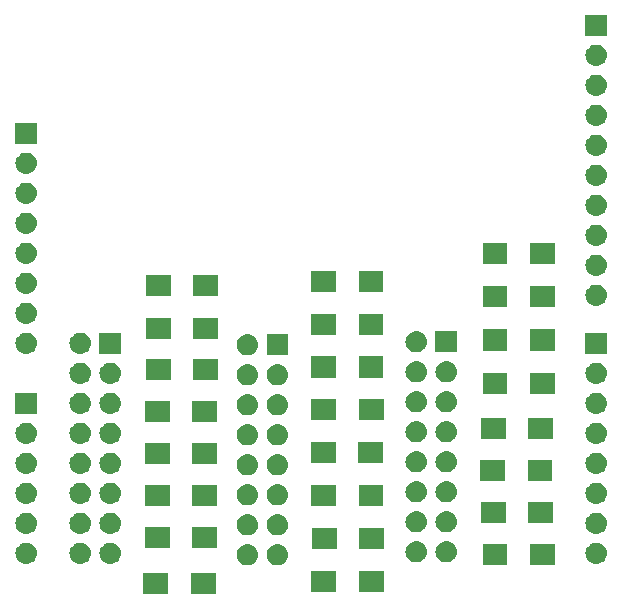
<source format=gbr>
G04 #@! TF.GenerationSoftware,KiCad,Pcbnew,5.0.1-33cea8e~68~ubuntu18.04.1*
G04 #@! TF.CreationDate,2018-11-24T14:12:02-07:00*
G04 #@! TF.ProjectId,adc,6164632E6B696361645F706362000000,rev?*
G04 #@! TF.SameCoordinates,Original*
G04 #@! TF.FileFunction,Soldermask,Bot*
G04 #@! TF.FilePolarity,Negative*
%FSLAX46Y46*%
G04 Gerber Fmt 4.6, Leading zero omitted, Abs format (unit mm)*
G04 Created by KiCad (PCBNEW 5.0.1-33cea8e~68~ubuntu18.04.1) date Sat 24 Nov 2018 02:12:02 PM MST*
%MOMM*%
%LPD*%
G01*
G04 APERTURE LIST*
%ADD10C,0.100000*%
G04 APERTURE END LIST*
D10*
G36*
X64296800Y-101992800D02*
X62195200Y-101992800D01*
X62195200Y-100191200D01*
X64296800Y-100191200D01*
X64296800Y-101992800D01*
X64296800Y-101992800D01*
G37*
G36*
X60296800Y-101992800D02*
X58195200Y-101992800D01*
X58195200Y-100191200D01*
X60296800Y-100191200D01*
X60296800Y-101992800D01*
X60296800Y-101992800D01*
G37*
G36*
X74520800Y-101826418D02*
X72419200Y-101826418D01*
X72419200Y-100024818D01*
X74520800Y-100024818D01*
X74520800Y-101826418D01*
X74520800Y-101826418D01*
G37*
G36*
X78520800Y-101826418D02*
X76419200Y-101826418D01*
X76419200Y-100024818D01*
X78520800Y-100024818D01*
X78520800Y-101826418D01*
X78520800Y-101826418D01*
G37*
G36*
X69620862Y-97782545D02*
X69709088Y-97791234D01*
X69822289Y-97825573D01*
X69878890Y-97842743D01*
X70008377Y-97911956D01*
X70035379Y-97926389D01*
X70071109Y-97955712D01*
X70172544Y-98038956D01*
X70255788Y-98140391D01*
X70285111Y-98176121D01*
X70285112Y-98176123D01*
X70368757Y-98332610D01*
X70368757Y-98332611D01*
X70420266Y-98502412D01*
X70437658Y-98679000D01*
X70420266Y-98855588D01*
X70385927Y-98968789D01*
X70368757Y-99025390D01*
X70347561Y-99065044D01*
X70285111Y-99181879D01*
X70255788Y-99217609D01*
X70172544Y-99319044D01*
X70088206Y-99388257D01*
X70035379Y-99431611D01*
X70035377Y-99431612D01*
X69878890Y-99515257D01*
X69822289Y-99532427D01*
X69709088Y-99566766D01*
X69620862Y-99575455D01*
X69576750Y-99579800D01*
X69488250Y-99579800D01*
X69444138Y-99575455D01*
X69355912Y-99566766D01*
X69242711Y-99532427D01*
X69186110Y-99515257D01*
X69029623Y-99431612D01*
X69029621Y-99431611D01*
X68976794Y-99388257D01*
X68892456Y-99319044D01*
X68809212Y-99217609D01*
X68779889Y-99181879D01*
X68717439Y-99065044D01*
X68696243Y-99025390D01*
X68679073Y-98968789D01*
X68644734Y-98855588D01*
X68627342Y-98679000D01*
X68644734Y-98502412D01*
X68696243Y-98332611D01*
X68696243Y-98332610D01*
X68779888Y-98176123D01*
X68779889Y-98176121D01*
X68809212Y-98140391D01*
X68892456Y-98038956D01*
X68993891Y-97955712D01*
X69029621Y-97926389D01*
X69056623Y-97911956D01*
X69186110Y-97842743D01*
X69242711Y-97825573D01*
X69355912Y-97791234D01*
X69444138Y-97782545D01*
X69488250Y-97778200D01*
X69576750Y-97778200D01*
X69620862Y-97782545D01*
X69620862Y-97782545D01*
G37*
G36*
X67080862Y-97782545D02*
X67169088Y-97791234D01*
X67282289Y-97825573D01*
X67338890Y-97842743D01*
X67468377Y-97911956D01*
X67495379Y-97926389D01*
X67531109Y-97955712D01*
X67632544Y-98038956D01*
X67715788Y-98140391D01*
X67745111Y-98176121D01*
X67745112Y-98176123D01*
X67828757Y-98332610D01*
X67828757Y-98332611D01*
X67880266Y-98502412D01*
X67897658Y-98679000D01*
X67880266Y-98855588D01*
X67845927Y-98968789D01*
X67828757Y-99025390D01*
X67807561Y-99065044D01*
X67745111Y-99181879D01*
X67715788Y-99217609D01*
X67632544Y-99319044D01*
X67548206Y-99388257D01*
X67495379Y-99431611D01*
X67495377Y-99431612D01*
X67338890Y-99515257D01*
X67282289Y-99532427D01*
X67169088Y-99566766D01*
X67080862Y-99575455D01*
X67036750Y-99579800D01*
X66948250Y-99579800D01*
X66904138Y-99575455D01*
X66815912Y-99566766D01*
X66702711Y-99532427D01*
X66646110Y-99515257D01*
X66489623Y-99431612D01*
X66489621Y-99431611D01*
X66436794Y-99388257D01*
X66352456Y-99319044D01*
X66269212Y-99217609D01*
X66239889Y-99181879D01*
X66177439Y-99065044D01*
X66156243Y-99025390D01*
X66139073Y-98968789D01*
X66104734Y-98855588D01*
X66087342Y-98679000D01*
X66104734Y-98502412D01*
X66156243Y-98332611D01*
X66156243Y-98332610D01*
X66239888Y-98176123D01*
X66239889Y-98176121D01*
X66269212Y-98140391D01*
X66352456Y-98038956D01*
X66453891Y-97955712D01*
X66489621Y-97926389D01*
X66516623Y-97911956D01*
X66646110Y-97842743D01*
X66702711Y-97825573D01*
X66815912Y-97791234D01*
X66904138Y-97782545D01*
X66948250Y-97778200D01*
X67036750Y-97778200D01*
X67080862Y-97782545D01*
X67080862Y-97782545D01*
G37*
G36*
X93013883Y-99562482D02*
X90912283Y-99562482D01*
X90912283Y-97760882D01*
X93013883Y-97760882D01*
X93013883Y-99562482D01*
X93013883Y-99562482D01*
G37*
G36*
X89013883Y-99562482D02*
X86912283Y-99562482D01*
X86912283Y-97760882D01*
X89013883Y-97760882D01*
X89013883Y-99562482D01*
X89013883Y-99562482D01*
G37*
G36*
X48348362Y-97655545D02*
X48436588Y-97664234D01*
X48549789Y-97698573D01*
X48606390Y-97715743D01*
X48690838Y-97760882D01*
X48762879Y-97799389D01*
X48798609Y-97828712D01*
X48900044Y-97911956D01*
X48983288Y-98013391D01*
X49012611Y-98049121D01*
X49012612Y-98049123D01*
X49096257Y-98205610D01*
X49096257Y-98205611D01*
X49147766Y-98375412D01*
X49165158Y-98552000D01*
X49147766Y-98728588D01*
X49134782Y-98771389D01*
X49096257Y-98898390D01*
X49028374Y-99025389D01*
X49012611Y-99054879D01*
X48983288Y-99090609D01*
X48900044Y-99192044D01*
X48815706Y-99261257D01*
X48762879Y-99304611D01*
X48762877Y-99304612D01*
X48606390Y-99388257D01*
X48549789Y-99405427D01*
X48436588Y-99439766D01*
X48348362Y-99448455D01*
X48304250Y-99452800D01*
X48215750Y-99452800D01*
X48171638Y-99448455D01*
X48083412Y-99439766D01*
X47970211Y-99405427D01*
X47913610Y-99388257D01*
X47757123Y-99304612D01*
X47757121Y-99304611D01*
X47704294Y-99261257D01*
X47619956Y-99192044D01*
X47536712Y-99090609D01*
X47507389Y-99054879D01*
X47491626Y-99025389D01*
X47423743Y-98898390D01*
X47385218Y-98771389D01*
X47372234Y-98728588D01*
X47354842Y-98552000D01*
X47372234Y-98375412D01*
X47423743Y-98205611D01*
X47423743Y-98205610D01*
X47507388Y-98049123D01*
X47507389Y-98049121D01*
X47536712Y-98013391D01*
X47619956Y-97911956D01*
X47721391Y-97828712D01*
X47757121Y-97799389D01*
X47829162Y-97760882D01*
X47913610Y-97715743D01*
X47970211Y-97698573D01*
X48083412Y-97664234D01*
X48171638Y-97655545D01*
X48215750Y-97651200D01*
X48304250Y-97651200D01*
X48348362Y-97655545D01*
X48348362Y-97655545D01*
G37*
G36*
X55460362Y-97655545D02*
X55548588Y-97664234D01*
X55661789Y-97698573D01*
X55718390Y-97715743D01*
X55802838Y-97760882D01*
X55874879Y-97799389D01*
X55910609Y-97828712D01*
X56012044Y-97911956D01*
X56095288Y-98013391D01*
X56124611Y-98049121D01*
X56124612Y-98049123D01*
X56208257Y-98205610D01*
X56208257Y-98205611D01*
X56259766Y-98375412D01*
X56277158Y-98552000D01*
X56259766Y-98728588D01*
X56246782Y-98771389D01*
X56208257Y-98898390D01*
X56140374Y-99025389D01*
X56124611Y-99054879D01*
X56095288Y-99090609D01*
X56012044Y-99192044D01*
X55927706Y-99261257D01*
X55874879Y-99304611D01*
X55874877Y-99304612D01*
X55718390Y-99388257D01*
X55661789Y-99405427D01*
X55548588Y-99439766D01*
X55460362Y-99448455D01*
X55416250Y-99452800D01*
X55327750Y-99452800D01*
X55283638Y-99448455D01*
X55195412Y-99439766D01*
X55082211Y-99405427D01*
X55025610Y-99388257D01*
X54869123Y-99304612D01*
X54869121Y-99304611D01*
X54816294Y-99261257D01*
X54731956Y-99192044D01*
X54648712Y-99090609D01*
X54619389Y-99054879D01*
X54603626Y-99025389D01*
X54535743Y-98898390D01*
X54497218Y-98771389D01*
X54484234Y-98728588D01*
X54466842Y-98552000D01*
X54484234Y-98375412D01*
X54535743Y-98205611D01*
X54535743Y-98205610D01*
X54619388Y-98049123D01*
X54619389Y-98049121D01*
X54648712Y-98013391D01*
X54731956Y-97911956D01*
X54833391Y-97828712D01*
X54869121Y-97799389D01*
X54941162Y-97760882D01*
X55025610Y-97715743D01*
X55082211Y-97698573D01*
X55195412Y-97664234D01*
X55283638Y-97655545D01*
X55327750Y-97651200D01*
X55416250Y-97651200D01*
X55460362Y-97655545D01*
X55460362Y-97655545D01*
G37*
G36*
X52920362Y-97655545D02*
X53008588Y-97664234D01*
X53121789Y-97698573D01*
X53178390Y-97715743D01*
X53262838Y-97760882D01*
X53334879Y-97799389D01*
X53370609Y-97828712D01*
X53472044Y-97911956D01*
X53555288Y-98013391D01*
X53584611Y-98049121D01*
X53584612Y-98049123D01*
X53668257Y-98205610D01*
X53668257Y-98205611D01*
X53719766Y-98375412D01*
X53737158Y-98552000D01*
X53719766Y-98728588D01*
X53706782Y-98771389D01*
X53668257Y-98898390D01*
X53600374Y-99025389D01*
X53584611Y-99054879D01*
X53555288Y-99090609D01*
X53472044Y-99192044D01*
X53387706Y-99261257D01*
X53334879Y-99304611D01*
X53334877Y-99304612D01*
X53178390Y-99388257D01*
X53121789Y-99405427D01*
X53008588Y-99439766D01*
X52920362Y-99448455D01*
X52876250Y-99452800D01*
X52787750Y-99452800D01*
X52743638Y-99448455D01*
X52655412Y-99439766D01*
X52542211Y-99405427D01*
X52485610Y-99388257D01*
X52329123Y-99304612D01*
X52329121Y-99304611D01*
X52276294Y-99261257D01*
X52191956Y-99192044D01*
X52108712Y-99090609D01*
X52079389Y-99054879D01*
X52063626Y-99025389D01*
X51995743Y-98898390D01*
X51957218Y-98771389D01*
X51944234Y-98728588D01*
X51926842Y-98552000D01*
X51944234Y-98375412D01*
X51995743Y-98205611D01*
X51995743Y-98205610D01*
X52079388Y-98049123D01*
X52079389Y-98049121D01*
X52108712Y-98013391D01*
X52191956Y-97911956D01*
X52293391Y-97828712D01*
X52329121Y-97799389D01*
X52401162Y-97760882D01*
X52485610Y-97715743D01*
X52542211Y-97698573D01*
X52655412Y-97664234D01*
X52743638Y-97655545D01*
X52787750Y-97651200D01*
X52876250Y-97651200D01*
X52920362Y-97655545D01*
X52920362Y-97655545D01*
G37*
G36*
X96608362Y-97655545D02*
X96696588Y-97664234D01*
X96809789Y-97698573D01*
X96866390Y-97715743D01*
X96950838Y-97760882D01*
X97022879Y-97799389D01*
X97058609Y-97828712D01*
X97160044Y-97911956D01*
X97243288Y-98013391D01*
X97272611Y-98049121D01*
X97272612Y-98049123D01*
X97356257Y-98205610D01*
X97356257Y-98205611D01*
X97407766Y-98375412D01*
X97425158Y-98552000D01*
X97407766Y-98728588D01*
X97394782Y-98771389D01*
X97356257Y-98898390D01*
X97288374Y-99025389D01*
X97272611Y-99054879D01*
X97243288Y-99090609D01*
X97160044Y-99192044D01*
X97075706Y-99261257D01*
X97022879Y-99304611D01*
X97022877Y-99304612D01*
X96866390Y-99388257D01*
X96809789Y-99405427D01*
X96696588Y-99439766D01*
X96608362Y-99448455D01*
X96564250Y-99452800D01*
X96475750Y-99452800D01*
X96431638Y-99448455D01*
X96343412Y-99439766D01*
X96230211Y-99405427D01*
X96173610Y-99388257D01*
X96017123Y-99304612D01*
X96017121Y-99304611D01*
X95964294Y-99261257D01*
X95879956Y-99192044D01*
X95796712Y-99090609D01*
X95767389Y-99054879D01*
X95751626Y-99025389D01*
X95683743Y-98898390D01*
X95645218Y-98771389D01*
X95632234Y-98728588D01*
X95614842Y-98552000D01*
X95632234Y-98375412D01*
X95683743Y-98205611D01*
X95683743Y-98205610D01*
X95767388Y-98049123D01*
X95767389Y-98049121D01*
X95796712Y-98013391D01*
X95879956Y-97911956D01*
X95981391Y-97828712D01*
X96017121Y-97799389D01*
X96089162Y-97760882D01*
X96173610Y-97715743D01*
X96230211Y-97698573D01*
X96343412Y-97664234D01*
X96431638Y-97655545D01*
X96475750Y-97651200D01*
X96564250Y-97651200D01*
X96608362Y-97655545D01*
X96608362Y-97655545D01*
G37*
G36*
X83908362Y-97528545D02*
X83996588Y-97537234D01*
X84109789Y-97571573D01*
X84166390Y-97588743D01*
X84283237Y-97651200D01*
X84322879Y-97672389D01*
X84358609Y-97701712D01*
X84460044Y-97784956D01*
X84543288Y-97886391D01*
X84572611Y-97922121D01*
X84572612Y-97922123D01*
X84656257Y-98078610D01*
X84656257Y-98078611D01*
X84707766Y-98248412D01*
X84725158Y-98425000D01*
X84707766Y-98601588D01*
X84684283Y-98679000D01*
X84656257Y-98771390D01*
X84611253Y-98855586D01*
X84572611Y-98927879D01*
X84543288Y-98963609D01*
X84460044Y-99065044D01*
X84358609Y-99148288D01*
X84322879Y-99177611D01*
X84322877Y-99177612D01*
X84166390Y-99261257D01*
X84109789Y-99278427D01*
X83996588Y-99312766D01*
X83932855Y-99319043D01*
X83864250Y-99325800D01*
X83775750Y-99325800D01*
X83707145Y-99319043D01*
X83643412Y-99312766D01*
X83530211Y-99278427D01*
X83473610Y-99261257D01*
X83317123Y-99177612D01*
X83317121Y-99177611D01*
X83281391Y-99148288D01*
X83179956Y-99065044D01*
X83096712Y-98963609D01*
X83067389Y-98927879D01*
X83028747Y-98855586D01*
X82983743Y-98771390D01*
X82955717Y-98679000D01*
X82932234Y-98601588D01*
X82914842Y-98425000D01*
X82932234Y-98248412D01*
X82983743Y-98078611D01*
X82983743Y-98078610D01*
X83067388Y-97922123D01*
X83067389Y-97922121D01*
X83096712Y-97886391D01*
X83179956Y-97784956D01*
X83281391Y-97701712D01*
X83317121Y-97672389D01*
X83356763Y-97651200D01*
X83473610Y-97588743D01*
X83530211Y-97571573D01*
X83643412Y-97537234D01*
X83731638Y-97528545D01*
X83775750Y-97524200D01*
X83864250Y-97524200D01*
X83908362Y-97528545D01*
X83908362Y-97528545D01*
G37*
G36*
X81368362Y-97528545D02*
X81456588Y-97537234D01*
X81569789Y-97571573D01*
X81626390Y-97588743D01*
X81743237Y-97651200D01*
X81782879Y-97672389D01*
X81818609Y-97701712D01*
X81920044Y-97784956D01*
X82003288Y-97886391D01*
X82032611Y-97922121D01*
X82032612Y-97922123D01*
X82116257Y-98078610D01*
X82116257Y-98078611D01*
X82167766Y-98248412D01*
X82185158Y-98425000D01*
X82167766Y-98601588D01*
X82144283Y-98679000D01*
X82116257Y-98771390D01*
X82071253Y-98855586D01*
X82032611Y-98927879D01*
X82003288Y-98963609D01*
X81920044Y-99065044D01*
X81818609Y-99148288D01*
X81782879Y-99177611D01*
X81782877Y-99177612D01*
X81626390Y-99261257D01*
X81569789Y-99278427D01*
X81456588Y-99312766D01*
X81392855Y-99319043D01*
X81324250Y-99325800D01*
X81235750Y-99325800D01*
X81167145Y-99319043D01*
X81103412Y-99312766D01*
X80990211Y-99278427D01*
X80933610Y-99261257D01*
X80777123Y-99177612D01*
X80777121Y-99177611D01*
X80741391Y-99148288D01*
X80639956Y-99065044D01*
X80556712Y-98963609D01*
X80527389Y-98927879D01*
X80488747Y-98855586D01*
X80443743Y-98771390D01*
X80415717Y-98679000D01*
X80392234Y-98601588D01*
X80374842Y-98425000D01*
X80392234Y-98248412D01*
X80443743Y-98078611D01*
X80443743Y-98078610D01*
X80527388Y-97922123D01*
X80527389Y-97922121D01*
X80556712Y-97886391D01*
X80639956Y-97784956D01*
X80741391Y-97701712D01*
X80777121Y-97672389D01*
X80816763Y-97651200D01*
X80933610Y-97588743D01*
X80990211Y-97571573D01*
X81103412Y-97537234D01*
X81191638Y-97528545D01*
X81235750Y-97524200D01*
X81324250Y-97524200D01*
X81368362Y-97528545D01*
X81368362Y-97528545D01*
G37*
G36*
X78570064Y-98197844D02*
X76468464Y-98197844D01*
X76468464Y-96396244D01*
X78570064Y-96396244D01*
X78570064Y-98197844D01*
X78570064Y-98197844D01*
G37*
G36*
X74570064Y-98197844D02*
X72468464Y-98197844D01*
X72468464Y-96396244D01*
X74570064Y-96396244D01*
X74570064Y-98197844D01*
X74570064Y-98197844D01*
G37*
G36*
X60414424Y-98115757D02*
X58312824Y-98115757D01*
X58312824Y-96314157D01*
X60414424Y-96314157D01*
X60414424Y-98115757D01*
X60414424Y-98115757D01*
G37*
G36*
X64414424Y-98115757D02*
X62312824Y-98115757D01*
X62312824Y-96314157D01*
X64414424Y-96314157D01*
X64414424Y-98115757D01*
X64414424Y-98115757D01*
G37*
G36*
X67080862Y-95242545D02*
X67169088Y-95251234D01*
X67282289Y-95285573D01*
X67338890Y-95302743D01*
X67468377Y-95371956D01*
X67495379Y-95386389D01*
X67531109Y-95415712D01*
X67632544Y-95498956D01*
X67715788Y-95600391D01*
X67745111Y-95636121D01*
X67745112Y-95636123D01*
X67828757Y-95792610D01*
X67828757Y-95792611D01*
X67880266Y-95962412D01*
X67897658Y-96139000D01*
X67880266Y-96315588D01*
X67855799Y-96396244D01*
X67828757Y-96485390D01*
X67807561Y-96525044D01*
X67745111Y-96641879D01*
X67715788Y-96677609D01*
X67632544Y-96779044D01*
X67548206Y-96848257D01*
X67495379Y-96891611D01*
X67495377Y-96891612D01*
X67338890Y-96975257D01*
X67282289Y-96992427D01*
X67169088Y-97026766D01*
X67080862Y-97035455D01*
X67036750Y-97039800D01*
X66948250Y-97039800D01*
X66904138Y-97035455D01*
X66815912Y-97026766D01*
X66702711Y-96992427D01*
X66646110Y-96975257D01*
X66489623Y-96891612D01*
X66489621Y-96891611D01*
X66436794Y-96848257D01*
X66352456Y-96779044D01*
X66269212Y-96677609D01*
X66239889Y-96641879D01*
X66177439Y-96525044D01*
X66156243Y-96485390D01*
X66129201Y-96396244D01*
X66104734Y-96315588D01*
X66087342Y-96139000D01*
X66104734Y-95962412D01*
X66156243Y-95792611D01*
X66156243Y-95792610D01*
X66239888Y-95636123D01*
X66239889Y-95636121D01*
X66269212Y-95600391D01*
X66352456Y-95498956D01*
X66453891Y-95415712D01*
X66489621Y-95386389D01*
X66516623Y-95371956D01*
X66646110Y-95302743D01*
X66702711Y-95285573D01*
X66815912Y-95251234D01*
X66904138Y-95242545D01*
X66948250Y-95238200D01*
X67036750Y-95238200D01*
X67080862Y-95242545D01*
X67080862Y-95242545D01*
G37*
G36*
X69620862Y-95242545D02*
X69709088Y-95251234D01*
X69822289Y-95285573D01*
X69878890Y-95302743D01*
X70008377Y-95371956D01*
X70035379Y-95386389D01*
X70071109Y-95415712D01*
X70172544Y-95498956D01*
X70255788Y-95600391D01*
X70285111Y-95636121D01*
X70285112Y-95636123D01*
X70368757Y-95792610D01*
X70368757Y-95792611D01*
X70420266Y-95962412D01*
X70437658Y-96139000D01*
X70420266Y-96315588D01*
X70395799Y-96396244D01*
X70368757Y-96485390D01*
X70347561Y-96525044D01*
X70285111Y-96641879D01*
X70255788Y-96677609D01*
X70172544Y-96779044D01*
X70088206Y-96848257D01*
X70035379Y-96891611D01*
X70035377Y-96891612D01*
X69878890Y-96975257D01*
X69822289Y-96992427D01*
X69709088Y-97026766D01*
X69620862Y-97035455D01*
X69576750Y-97039800D01*
X69488250Y-97039800D01*
X69444138Y-97035455D01*
X69355912Y-97026766D01*
X69242711Y-96992427D01*
X69186110Y-96975257D01*
X69029623Y-96891612D01*
X69029621Y-96891611D01*
X68976794Y-96848257D01*
X68892456Y-96779044D01*
X68809212Y-96677609D01*
X68779889Y-96641879D01*
X68717439Y-96525044D01*
X68696243Y-96485390D01*
X68669201Y-96396244D01*
X68644734Y-96315588D01*
X68627342Y-96139000D01*
X68644734Y-95962412D01*
X68696243Y-95792611D01*
X68696243Y-95792610D01*
X68779888Y-95636123D01*
X68779889Y-95636121D01*
X68809212Y-95600391D01*
X68892456Y-95498956D01*
X68993891Y-95415712D01*
X69029621Y-95386389D01*
X69056623Y-95371956D01*
X69186110Y-95302743D01*
X69242711Y-95285573D01*
X69355912Y-95251234D01*
X69444138Y-95242545D01*
X69488250Y-95238200D01*
X69576750Y-95238200D01*
X69620862Y-95242545D01*
X69620862Y-95242545D01*
G37*
G36*
X52920362Y-95115545D02*
X53008588Y-95124234D01*
X53121789Y-95158573D01*
X53178390Y-95175743D01*
X53295237Y-95238200D01*
X53334879Y-95259389D01*
X53370609Y-95288712D01*
X53472044Y-95371956D01*
X53555288Y-95473391D01*
X53584611Y-95509121D01*
X53584612Y-95509123D01*
X53668257Y-95665610D01*
X53668257Y-95665611D01*
X53719766Y-95835412D01*
X53737158Y-96012000D01*
X53719766Y-96188588D01*
X53706782Y-96231389D01*
X53668257Y-96358390D01*
X53648023Y-96396244D01*
X53584611Y-96514879D01*
X53555288Y-96550609D01*
X53472044Y-96652044D01*
X53387706Y-96721257D01*
X53334879Y-96764611D01*
X53334877Y-96764612D01*
X53178390Y-96848257D01*
X53121789Y-96865427D01*
X53008588Y-96899766D01*
X52920362Y-96908455D01*
X52876250Y-96912800D01*
X52787750Y-96912800D01*
X52743638Y-96908455D01*
X52655412Y-96899766D01*
X52542211Y-96865427D01*
X52485610Y-96848257D01*
X52329123Y-96764612D01*
X52329121Y-96764611D01*
X52276294Y-96721257D01*
X52191956Y-96652044D01*
X52108712Y-96550609D01*
X52079389Y-96514879D01*
X52015977Y-96396244D01*
X51995743Y-96358390D01*
X51957218Y-96231389D01*
X51944234Y-96188588D01*
X51926842Y-96012000D01*
X51944234Y-95835412D01*
X51995743Y-95665611D01*
X51995743Y-95665610D01*
X52079388Y-95509123D01*
X52079389Y-95509121D01*
X52108712Y-95473391D01*
X52191956Y-95371956D01*
X52293391Y-95288712D01*
X52329121Y-95259389D01*
X52368763Y-95238200D01*
X52485610Y-95175743D01*
X52542211Y-95158573D01*
X52655412Y-95124234D01*
X52743638Y-95115545D01*
X52787750Y-95111200D01*
X52876250Y-95111200D01*
X52920362Y-95115545D01*
X52920362Y-95115545D01*
G37*
G36*
X96608362Y-95115545D02*
X96696588Y-95124234D01*
X96809789Y-95158573D01*
X96866390Y-95175743D01*
X96983237Y-95238200D01*
X97022879Y-95259389D01*
X97058609Y-95288712D01*
X97160044Y-95371956D01*
X97243288Y-95473391D01*
X97272611Y-95509121D01*
X97272612Y-95509123D01*
X97356257Y-95665610D01*
X97356257Y-95665611D01*
X97407766Y-95835412D01*
X97425158Y-96012000D01*
X97407766Y-96188588D01*
X97394782Y-96231389D01*
X97356257Y-96358390D01*
X97336023Y-96396244D01*
X97272611Y-96514879D01*
X97243288Y-96550609D01*
X97160044Y-96652044D01*
X97075706Y-96721257D01*
X97022879Y-96764611D01*
X97022877Y-96764612D01*
X96866390Y-96848257D01*
X96809789Y-96865427D01*
X96696588Y-96899766D01*
X96608362Y-96908455D01*
X96564250Y-96912800D01*
X96475750Y-96912800D01*
X96431638Y-96908455D01*
X96343412Y-96899766D01*
X96230211Y-96865427D01*
X96173610Y-96848257D01*
X96017123Y-96764612D01*
X96017121Y-96764611D01*
X95964294Y-96721257D01*
X95879956Y-96652044D01*
X95796712Y-96550609D01*
X95767389Y-96514879D01*
X95703977Y-96396244D01*
X95683743Y-96358390D01*
X95645218Y-96231389D01*
X95632234Y-96188588D01*
X95614842Y-96012000D01*
X95632234Y-95835412D01*
X95683743Y-95665611D01*
X95683743Y-95665610D01*
X95767388Y-95509123D01*
X95767389Y-95509121D01*
X95796712Y-95473391D01*
X95879956Y-95371956D01*
X95981391Y-95288712D01*
X96017121Y-95259389D01*
X96056763Y-95238200D01*
X96173610Y-95175743D01*
X96230211Y-95158573D01*
X96343412Y-95124234D01*
X96431638Y-95115545D01*
X96475750Y-95111200D01*
X96564250Y-95111200D01*
X96608362Y-95115545D01*
X96608362Y-95115545D01*
G37*
G36*
X55460362Y-95115545D02*
X55548588Y-95124234D01*
X55661789Y-95158573D01*
X55718390Y-95175743D01*
X55835237Y-95238200D01*
X55874879Y-95259389D01*
X55910609Y-95288712D01*
X56012044Y-95371956D01*
X56095288Y-95473391D01*
X56124611Y-95509121D01*
X56124612Y-95509123D01*
X56208257Y-95665610D01*
X56208257Y-95665611D01*
X56259766Y-95835412D01*
X56277158Y-96012000D01*
X56259766Y-96188588D01*
X56246782Y-96231389D01*
X56208257Y-96358390D01*
X56188023Y-96396244D01*
X56124611Y-96514879D01*
X56095288Y-96550609D01*
X56012044Y-96652044D01*
X55927706Y-96721257D01*
X55874879Y-96764611D01*
X55874877Y-96764612D01*
X55718390Y-96848257D01*
X55661789Y-96865427D01*
X55548588Y-96899766D01*
X55460362Y-96908455D01*
X55416250Y-96912800D01*
X55327750Y-96912800D01*
X55283638Y-96908455D01*
X55195412Y-96899766D01*
X55082211Y-96865427D01*
X55025610Y-96848257D01*
X54869123Y-96764612D01*
X54869121Y-96764611D01*
X54816294Y-96721257D01*
X54731956Y-96652044D01*
X54648712Y-96550609D01*
X54619389Y-96514879D01*
X54555977Y-96396244D01*
X54535743Y-96358390D01*
X54497218Y-96231389D01*
X54484234Y-96188588D01*
X54466842Y-96012000D01*
X54484234Y-95835412D01*
X54535743Y-95665611D01*
X54535743Y-95665610D01*
X54619388Y-95509123D01*
X54619389Y-95509121D01*
X54648712Y-95473391D01*
X54731956Y-95371956D01*
X54833391Y-95288712D01*
X54869121Y-95259389D01*
X54908763Y-95238200D01*
X55025610Y-95175743D01*
X55082211Y-95158573D01*
X55195412Y-95124234D01*
X55283638Y-95115545D01*
X55327750Y-95111200D01*
X55416250Y-95111200D01*
X55460362Y-95115545D01*
X55460362Y-95115545D01*
G37*
G36*
X48348362Y-95115545D02*
X48436588Y-95124234D01*
X48549789Y-95158573D01*
X48606390Y-95175743D01*
X48723237Y-95238200D01*
X48762879Y-95259389D01*
X48798609Y-95288712D01*
X48900044Y-95371956D01*
X48983288Y-95473391D01*
X49012611Y-95509121D01*
X49012612Y-95509123D01*
X49096257Y-95665610D01*
X49096257Y-95665611D01*
X49147766Y-95835412D01*
X49165158Y-96012000D01*
X49147766Y-96188588D01*
X49134782Y-96231389D01*
X49096257Y-96358390D01*
X49076023Y-96396244D01*
X49012611Y-96514879D01*
X48983288Y-96550609D01*
X48900044Y-96652044D01*
X48815706Y-96721257D01*
X48762879Y-96764611D01*
X48762877Y-96764612D01*
X48606390Y-96848257D01*
X48549789Y-96865427D01*
X48436588Y-96899766D01*
X48348362Y-96908455D01*
X48304250Y-96912800D01*
X48215750Y-96912800D01*
X48171638Y-96908455D01*
X48083412Y-96899766D01*
X47970211Y-96865427D01*
X47913610Y-96848257D01*
X47757123Y-96764612D01*
X47757121Y-96764611D01*
X47704294Y-96721257D01*
X47619956Y-96652044D01*
X47536712Y-96550609D01*
X47507389Y-96514879D01*
X47443977Y-96396244D01*
X47423743Y-96358390D01*
X47385218Y-96231389D01*
X47372234Y-96188588D01*
X47354842Y-96012000D01*
X47372234Y-95835412D01*
X47423743Y-95665611D01*
X47423743Y-95665610D01*
X47507388Y-95509123D01*
X47507389Y-95509121D01*
X47536712Y-95473391D01*
X47619956Y-95371956D01*
X47721391Y-95288712D01*
X47757121Y-95259389D01*
X47796763Y-95238200D01*
X47913610Y-95175743D01*
X47970211Y-95158573D01*
X48083412Y-95124234D01*
X48171638Y-95115545D01*
X48215750Y-95111200D01*
X48304250Y-95111200D01*
X48348362Y-95115545D01*
X48348362Y-95115545D01*
G37*
G36*
X81368362Y-94988545D02*
X81456588Y-94997234D01*
X81569789Y-95031573D01*
X81626390Y-95048743D01*
X81743237Y-95111200D01*
X81782879Y-95132389D01*
X81818609Y-95161712D01*
X81920044Y-95244956D01*
X82003288Y-95346391D01*
X82032611Y-95382121D01*
X82032612Y-95382123D01*
X82116257Y-95538610D01*
X82116257Y-95538611D01*
X82167766Y-95708412D01*
X82185158Y-95885000D01*
X82167766Y-96061588D01*
X82144283Y-96139000D01*
X82116257Y-96231390D01*
X82071253Y-96315586D01*
X82032611Y-96387879D01*
X82025746Y-96396244D01*
X81920044Y-96525044D01*
X81818609Y-96608288D01*
X81782879Y-96637611D01*
X81782877Y-96637612D01*
X81626390Y-96721257D01*
X81569789Y-96738427D01*
X81456588Y-96772766D01*
X81392855Y-96779043D01*
X81324250Y-96785800D01*
X81235750Y-96785800D01*
X81167145Y-96779043D01*
X81103412Y-96772766D01*
X80990211Y-96738427D01*
X80933610Y-96721257D01*
X80777123Y-96637612D01*
X80777121Y-96637611D01*
X80741391Y-96608288D01*
X80639956Y-96525044D01*
X80534254Y-96396244D01*
X80527389Y-96387879D01*
X80488747Y-96315586D01*
X80443743Y-96231390D01*
X80415717Y-96139000D01*
X80392234Y-96061588D01*
X80374842Y-95885000D01*
X80392234Y-95708412D01*
X80443743Y-95538611D01*
X80443743Y-95538610D01*
X80527388Y-95382123D01*
X80527389Y-95382121D01*
X80556712Y-95346391D01*
X80639956Y-95244956D01*
X80741391Y-95161712D01*
X80777121Y-95132389D01*
X80816763Y-95111200D01*
X80933610Y-95048743D01*
X80990211Y-95031573D01*
X81103412Y-94997234D01*
X81191638Y-94988545D01*
X81235750Y-94984200D01*
X81324250Y-94984200D01*
X81368362Y-94988545D01*
X81368362Y-94988545D01*
G37*
G36*
X83908362Y-94988545D02*
X83996588Y-94997234D01*
X84109789Y-95031573D01*
X84166390Y-95048743D01*
X84283237Y-95111200D01*
X84322879Y-95132389D01*
X84358609Y-95161712D01*
X84460044Y-95244956D01*
X84543288Y-95346391D01*
X84572611Y-95382121D01*
X84572612Y-95382123D01*
X84656257Y-95538610D01*
X84656257Y-95538611D01*
X84707766Y-95708412D01*
X84725158Y-95885000D01*
X84707766Y-96061588D01*
X84684283Y-96139000D01*
X84656257Y-96231390D01*
X84611253Y-96315586D01*
X84572611Y-96387879D01*
X84565746Y-96396244D01*
X84460044Y-96525044D01*
X84358609Y-96608288D01*
X84322879Y-96637611D01*
X84322877Y-96637612D01*
X84166390Y-96721257D01*
X84109789Y-96738427D01*
X83996588Y-96772766D01*
X83932855Y-96779043D01*
X83864250Y-96785800D01*
X83775750Y-96785800D01*
X83707145Y-96779043D01*
X83643412Y-96772766D01*
X83530211Y-96738427D01*
X83473610Y-96721257D01*
X83317123Y-96637612D01*
X83317121Y-96637611D01*
X83281391Y-96608288D01*
X83179956Y-96525044D01*
X83074254Y-96396244D01*
X83067389Y-96387879D01*
X83028747Y-96315586D01*
X82983743Y-96231390D01*
X82955717Y-96139000D01*
X82932234Y-96061588D01*
X82914842Y-95885000D01*
X82932234Y-95708412D01*
X82983743Y-95538611D01*
X82983743Y-95538610D01*
X83067388Y-95382123D01*
X83067389Y-95382121D01*
X83096712Y-95346391D01*
X83179956Y-95244956D01*
X83281391Y-95161712D01*
X83317121Y-95132389D01*
X83356763Y-95111200D01*
X83473610Y-95048743D01*
X83530211Y-95031573D01*
X83643412Y-94997234D01*
X83731638Y-94988545D01*
X83775750Y-94984200D01*
X83864250Y-94984200D01*
X83908362Y-94988545D01*
X83908362Y-94988545D01*
G37*
G36*
X92886882Y-96006481D02*
X90785282Y-96006481D01*
X90785282Y-94204881D01*
X92886882Y-94204881D01*
X92886882Y-96006481D01*
X92886882Y-96006481D01*
G37*
G36*
X88886882Y-96006481D02*
X86785282Y-96006481D01*
X86785282Y-94204881D01*
X88886882Y-94204881D01*
X88886882Y-96006481D01*
X88886882Y-96006481D01*
G37*
G36*
X78506063Y-94569273D02*
X76404463Y-94569273D01*
X76404463Y-92767673D01*
X78506063Y-92767673D01*
X78506063Y-94569273D01*
X78506063Y-94569273D01*
G37*
G36*
X74506063Y-94569273D02*
X72404463Y-94569273D01*
X72404463Y-92767673D01*
X74506063Y-92767673D01*
X74506063Y-94569273D01*
X74506063Y-94569273D01*
G37*
G36*
X60413926Y-94559757D02*
X58312326Y-94559757D01*
X58312326Y-92758157D01*
X60413926Y-92758157D01*
X60413926Y-94559757D01*
X60413926Y-94559757D01*
G37*
G36*
X64413926Y-94559757D02*
X62312326Y-94559757D01*
X62312326Y-92758157D01*
X64413926Y-92758157D01*
X64413926Y-94559757D01*
X64413926Y-94559757D01*
G37*
G36*
X69620862Y-92702545D02*
X69709088Y-92711234D01*
X69822289Y-92745573D01*
X69878890Y-92762743D01*
X70008377Y-92831956D01*
X70035379Y-92846389D01*
X70071109Y-92875712D01*
X70172544Y-92958956D01*
X70255788Y-93060391D01*
X70285111Y-93096121D01*
X70285112Y-93096123D01*
X70368757Y-93252610D01*
X70368757Y-93252611D01*
X70420266Y-93422412D01*
X70437658Y-93599000D01*
X70420266Y-93775588D01*
X70385927Y-93888789D01*
X70368757Y-93945390D01*
X70347561Y-93985044D01*
X70285111Y-94101879D01*
X70255788Y-94137609D01*
X70172544Y-94239044D01*
X70088206Y-94308257D01*
X70035379Y-94351611D01*
X70035377Y-94351612D01*
X69878890Y-94435257D01*
X69822289Y-94452427D01*
X69709088Y-94486766D01*
X69620862Y-94495455D01*
X69576750Y-94499800D01*
X69488250Y-94499800D01*
X69444138Y-94495455D01*
X69355912Y-94486766D01*
X69242711Y-94452427D01*
X69186110Y-94435257D01*
X69029623Y-94351612D01*
X69029621Y-94351611D01*
X68976794Y-94308257D01*
X68892456Y-94239044D01*
X68809212Y-94137609D01*
X68779889Y-94101879D01*
X68717439Y-93985044D01*
X68696243Y-93945390D01*
X68679073Y-93888789D01*
X68644734Y-93775588D01*
X68627342Y-93599000D01*
X68644734Y-93422412D01*
X68696243Y-93252611D01*
X68696243Y-93252610D01*
X68779888Y-93096123D01*
X68779889Y-93096121D01*
X68809212Y-93060391D01*
X68892456Y-92958956D01*
X68993891Y-92875712D01*
X69029621Y-92846389D01*
X69056623Y-92831956D01*
X69186110Y-92762743D01*
X69242711Y-92745573D01*
X69355912Y-92711234D01*
X69444138Y-92702545D01*
X69488250Y-92698200D01*
X69576750Y-92698200D01*
X69620862Y-92702545D01*
X69620862Y-92702545D01*
G37*
G36*
X67080862Y-92702545D02*
X67169088Y-92711234D01*
X67282289Y-92745573D01*
X67338890Y-92762743D01*
X67468377Y-92831956D01*
X67495379Y-92846389D01*
X67531109Y-92875712D01*
X67632544Y-92958956D01*
X67715788Y-93060391D01*
X67745111Y-93096121D01*
X67745112Y-93096123D01*
X67828757Y-93252610D01*
X67828757Y-93252611D01*
X67880266Y-93422412D01*
X67897658Y-93599000D01*
X67880266Y-93775588D01*
X67845927Y-93888789D01*
X67828757Y-93945390D01*
X67807561Y-93985044D01*
X67745111Y-94101879D01*
X67715788Y-94137609D01*
X67632544Y-94239044D01*
X67548206Y-94308257D01*
X67495379Y-94351611D01*
X67495377Y-94351612D01*
X67338890Y-94435257D01*
X67282289Y-94452427D01*
X67169088Y-94486766D01*
X67080862Y-94495455D01*
X67036750Y-94499800D01*
X66948250Y-94499800D01*
X66904138Y-94495455D01*
X66815912Y-94486766D01*
X66702711Y-94452427D01*
X66646110Y-94435257D01*
X66489623Y-94351612D01*
X66489621Y-94351611D01*
X66436794Y-94308257D01*
X66352456Y-94239044D01*
X66269212Y-94137609D01*
X66239889Y-94101879D01*
X66177439Y-93985044D01*
X66156243Y-93945390D01*
X66139073Y-93888789D01*
X66104734Y-93775588D01*
X66087342Y-93599000D01*
X66104734Y-93422412D01*
X66156243Y-93252611D01*
X66156243Y-93252610D01*
X66239888Y-93096123D01*
X66239889Y-93096121D01*
X66269212Y-93060391D01*
X66352456Y-92958956D01*
X66453891Y-92875712D01*
X66489621Y-92846389D01*
X66516623Y-92831956D01*
X66646110Y-92762743D01*
X66702711Y-92745573D01*
X66815912Y-92711234D01*
X66904138Y-92702545D01*
X66948250Y-92698200D01*
X67036750Y-92698200D01*
X67080862Y-92702545D01*
X67080862Y-92702545D01*
G37*
G36*
X48348362Y-92575545D02*
X48436588Y-92584234D01*
X48549789Y-92618573D01*
X48606390Y-92635743D01*
X48723237Y-92698200D01*
X48762879Y-92719389D01*
X48798609Y-92748712D01*
X48900044Y-92831956D01*
X48983288Y-92933391D01*
X49012611Y-92969121D01*
X49012612Y-92969123D01*
X49096257Y-93125610D01*
X49096257Y-93125611D01*
X49147766Y-93295412D01*
X49165158Y-93472000D01*
X49147766Y-93648588D01*
X49134782Y-93691389D01*
X49096257Y-93818390D01*
X49028374Y-93945389D01*
X49012611Y-93974879D01*
X48983288Y-94010609D01*
X48900044Y-94112044D01*
X48815706Y-94181257D01*
X48762879Y-94224611D01*
X48762877Y-94224612D01*
X48606390Y-94308257D01*
X48549789Y-94325427D01*
X48436588Y-94359766D01*
X48348362Y-94368455D01*
X48304250Y-94372800D01*
X48215750Y-94372800D01*
X48171638Y-94368455D01*
X48083412Y-94359766D01*
X47970211Y-94325427D01*
X47913610Y-94308257D01*
X47757123Y-94224612D01*
X47757121Y-94224611D01*
X47704294Y-94181257D01*
X47619956Y-94112044D01*
X47536712Y-94010609D01*
X47507389Y-93974879D01*
X47491626Y-93945389D01*
X47423743Y-93818390D01*
X47385218Y-93691389D01*
X47372234Y-93648588D01*
X47354842Y-93472000D01*
X47372234Y-93295412D01*
X47423743Y-93125611D01*
X47423743Y-93125610D01*
X47507388Y-92969123D01*
X47507389Y-92969121D01*
X47536712Y-92933391D01*
X47619956Y-92831956D01*
X47721391Y-92748712D01*
X47757121Y-92719389D01*
X47796763Y-92698200D01*
X47913610Y-92635743D01*
X47970211Y-92618573D01*
X48083412Y-92584234D01*
X48171638Y-92575545D01*
X48215750Y-92571200D01*
X48304250Y-92571200D01*
X48348362Y-92575545D01*
X48348362Y-92575545D01*
G37*
G36*
X96608362Y-92575545D02*
X96696588Y-92584234D01*
X96809789Y-92618573D01*
X96866390Y-92635743D01*
X96983237Y-92698200D01*
X97022879Y-92719389D01*
X97058609Y-92748712D01*
X97160044Y-92831956D01*
X97243288Y-92933391D01*
X97272611Y-92969121D01*
X97272612Y-92969123D01*
X97356257Y-93125610D01*
X97356257Y-93125611D01*
X97407766Y-93295412D01*
X97425158Y-93472000D01*
X97407766Y-93648588D01*
X97394782Y-93691389D01*
X97356257Y-93818390D01*
X97288374Y-93945389D01*
X97272611Y-93974879D01*
X97243288Y-94010609D01*
X97160044Y-94112044D01*
X97075706Y-94181257D01*
X97022879Y-94224611D01*
X97022877Y-94224612D01*
X96866390Y-94308257D01*
X96809789Y-94325427D01*
X96696588Y-94359766D01*
X96608362Y-94368455D01*
X96564250Y-94372800D01*
X96475750Y-94372800D01*
X96431638Y-94368455D01*
X96343412Y-94359766D01*
X96230211Y-94325427D01*
X96173610Y-94308257D01*
X96017123Y-94224612D01*
X96017121Y-94224611D01*
X95964294Y-94181257D01*
X95879956Y-94112044D01*
X95796712Y-94010609D01*
X95767389Y-93974879D01*
X95751626Y-93945389D01*
X95683743Y-93818390D01*
X95645218Y-93691389D01*
X95632234Y-93648588D01*
X95614842Y-93472000D01*
X95632234Y-93295412D01*
X95683743Y-93125611D01*
X95683743Y-93125610D01*
X95767388Y-92969123D01*
X95767389Y-92969121D01*
X95796712Y-92933391D01*
X95879956Y-92831956D01*
X95981391Y-92748712D01*
X96017121Y-92719389D01*
X96056763Y-92698200D01*
X96173610Y-92635743D01*
X96230211Y-92618573D01*
X96343412Y-92584234D01*
X96431638Y-92575545D01*
X96475750Y-92571200D01*
X96564250Y-92571200D01*
X96608362Y-92575545D01*
X96608362Y-92575545D01*
G37*
G36*
X55460362Y-92575545D02*
X55548588Y-92584234D01*
X55661789Y-92618573D01*
X55718390Y-92635743D01*
X55835237Y-92698200D01*
X55874879Y-92719389D01*
X55910609Y-92748712D01*
X56012044Y-92831956D01*
X56095288Y-92933391D01*
X56124611Y-92969121D01*
X56124612Y-92969123D01*
X56208257Y-93125610D01*
X56208257Y-93125611D01*
X56259766Y-93295412D01*
X56277158Y-93472000D01*
X56259766Y-93648588D01*
X56246782Y-93691389D01*
X56208257Y-93818390D01*
X56140374Y-93945389D01*
X56124611Y-93974879D01*
X56095288Y-94010609D01*
X56012044Y-94112044D01*
X55927706Y-94181257D01*
X55874879Y-94224611D01*
X55874877Y-94224612D01*
X55718390Y-94308257D01*
X55661789Y-94325427D01*
X55548588Y-94359766D01*
X55460362Y-94368455D01*
X55416250Y-94372800D01*
X55327750Y-94372800D01*
X55283638Y-94368455D01*
X55195412Y-94359766D01*
X55082211Y-94325427D01*
X55025610Y-94308257D01*
X54869123Y-94224612D01*
X54869121Y-94224611D01*
X54816294Y-94181257D01*
X54731956Y-94112044D01*
X54648712Y-94010609D01*
X54619389Y-93974879D01*
X54603626Y-93945389D01*
X54535743Y-93818390D01*
X54497218Y-93691389D01*
X54484234Y-93648588D01*
X54466842Y-93472000D01*
X54484234Y-93295412D01*
X54535743Y-93125611D01*
X54535743Y-93125610D01*
X54619388Y-92969123D01*
X54619389Y-92969121D01*
X54648712Y-92933391D01*
X54731956Y-92831956D01*
X54833391Y-92748712D01*
X54869121Y-92719389D01*
X54908763Y-92698200D01*
X55025610Y-92635743D01*
X55082211Y-92618573D01*
X55195412Y-92584234D01*
X55283638Y-92575545D01*
X55327750Y-92571200D01*
X55416250Y-92571200D01*
X55460362Y-92575545D01*
X55460362Y-92575545D01*
G37*
G36*
X52920362Y-92575545D02*
X53008588Y-92584234D01*
X53121789Y-92618573D01*
X53178390Y-92635743D01*
X53295237Y-92698200D01*
X53334879Y-92719389D01*
X53370609Y-92748712D01*
X53472044Y-92831956D01*
X53555288Y-92933391D01*
X53584611Y-92969121D01*
X53584612Y-92969123D01*
X53668257Y-93125610D01*
X53668257Y-93125611D01*
X53719766Y-93295412D01*
X53737158Y-93472000D01*
X53719766Y-93648588D01*
X53706782Y-93691389D01*
X53668257Y-93818390D01*
X53600374Y-93945389D01*
X53584611Y-93974879D01*
X53555288Y-94010609D01*
X53472044Y-94112044D01*
X53387706Y-94181257D01*
X53334879Y-94224611D01*
X53334877Y-94224612D01*
X53178390Y-94308257D01*
X53121789Y-94325427D01*
X53008588Y-94359766D01*
X52920362Y-94368455D01*
X52876250Y-94372800D01*
X52787750Y-94372800D01*
X52743638Y-94368455D01*
X52655412Y-94359766D01*
X52542211Y-94325427D01*
X52485610Y-94308257D01*
X52329123Y-94224612D01*
X52329121Y-94224611D01*
X52276294Y-94181257D01*
X52191956Y-94112044D01*
X52108712Y-94010609D01*
X52079389Y-93974879D01*
X52063626Y-93945389D01*
X51995743Y-93818390D01*
X51957218Y-93691389D01*
X51944234Y-93648588D01*
X51926842Y-93472000D01*
X51944234Y-93295412D01*
X51995743Y-93125611D01*
X51995743Y-93125610D01*
X52079388Y-92969123D01*
X52079389Y-92969121D01*
X52108712Y-92933391D01*
X52191956Y-92831956D01*
X52293391Y-92748712D01*
X52329121Y-92719389D01*
X52368763Y-92698200D01*
X52485610Y-92635743D01*
X52542211Y-92618573D01*
X52655412Y-92584234D01*
X52743638Y-92575545D01*
X52787750Y-92571200D01*
X52876250Y-92571200D01*
X52920362Y-92575545D01*
X52920362Y-92575545D01*
G37*
G36*
X83908362Y-92448545D02*
X83996588Y-92457234D01*
X84109789Y-92491573D01*
X84166390Y-92508743D01*
X84283237Y-92571200D01*
X84322879Y-92592389D01*
X84358609Y-92621712D01*
X84460044Y-92704956D01*
X84543288Y-92806391D01*
X84572611Y-92842121D01*
X84572612Y-92842123D01*
X84656257Y-92998610D01*
X84656257Y-92998611D01*
X84707766Y-93168412D01*
X84725158Y-93345000D01*
X84707766Y-93521588D01*
X84684283Y-93599000D01*
X84656257Y-93691390D01*
X84611253Y-93775586D01*
X84572611Y-93847879D01*
X84543288Y-93883609D01*
X84460044Y-93985044D01*
X84358609Y-94068288D01*
X84322879Y-94097611D01*
X84322877Y-94097612D01*
X84166390Y-94181257D01*
X84109789Y-94198427D01*
X83996588Y-94232766D01*
X83932855Y-94239043D01*
X83864250Y-94245800D01*
X83775750Y-94245800D01*
X83707145Y-94239043D01*
X83643412Y-94232766D01*
X83530211Y-94198427D01*
X83473610Y-94181257D01*
X83317123Y-94097612D01*
X83317121Y-94097611D01*
X83281391Y-94068288D01*
X83179956Y-93985044D01*
X83096712Y-93883609D01*
X83067389Y-93847879D01*
X83028747Y-93775586D01*
X82983743Y-93691390D01*
X82955717Y-93599000D01*
X82932234Y-93521588D01*
X82914842Y-93345000D01*
X82932234Y-93168412D01*
X82983743Y-92998611D01*
X82983743Y-92998610D01*
X83067388Y-92842123D01*
X83067389Y-92842121D01*
X83096712Y-92806391D01*
X83179956Y-92704956D01*
X83281391Y-92621712D01*
X83317121Y-92592389D01*
X83356763Y-92571200D01*
X83473610Y-92508743D01*
X83530211Y-92491573D01*
X83643412Y-92457234D01*
X83731638Y-92448545D01*
X83775750Y-92444200D01*
X83864250Y-92444200D01*
X83908362Y-92448545D01*
X83908362Y-92448545D01*
G37*
G36*
X81368362Y-92448545D02*
X81456588Y-92457234D01*
X81569789Y-92491573D01*
X81626390Y-92508743D01*
X81743237Y-92571200D01*
X81782879Y-92592389D01*
X81818609Y-92621712D01*
X81920044Y-92704956D01*
X82003288Y-92806391D01*
X82032611Y-92842121D01*
X82032612Y-92842123D01*
X82116257Y-92998610D01*
X82116257Y-92998611D01*
X82167766Y-93168412D01*
X82185158Y-93345000D01*
X82167766Y-93521588D01*
X82144283Y-93599000D01*
X82116257Y-93691390D01*
X82071253Y-93775586D01*
X82032611Y-93847879D01*
X82003288Y-93883609D01*
X81920044Y-93985044D01*
X81818609Y-94068288D01*
X81782879Y-94097611D01*
X81782877Y-94097612D01*
X81626390Y-94181257D01*
X81569789Y-94198427D01*
X81456588Y-94232766D01*
X81392855Y-94239043D01*
X81324250Y-94245800D01*
X81235750Y-94245800D01*
X81167145Y-94239043D01*
X81103412Y-94232766D01*
X80990211Y-94198427D01*
X80933610Y-94181257D01*
X80777123Y-94097612D01*
X80777121Y-94097611D01*
X80741391Y-94068288D01*
X80639956Y-93985044D01*
X80556712Y-93883609D01*
X80527389Y-93847879D01*
X80488747Y-93775586D01*
X80443743Y-93691390D01*
X80415717Y-93599000D01*
X80392234Y-93521588D01*
X80374842Y-93345000D01*
X80392234Y-93168412D01*
X80443743Y-92998611D01*
X80443743Y-92998610D01*
X80527388Y-92842123D01*
X80527389Y-92842121D01*
X80556712Y-92806391D01*
X80639956Y-92704956D01*
X80741391Y-92621712D01*
X80777121Y-92592389D01*
X80816763Y-92571200D01*
X80933610Y-92508743D01*
X80990211Y-92491573D01*
X81103412Y-92457234D01*
X81191638Y-92448545D01*
X81235750Y-92444200D01*
X81324250Y-92444200D01*
X81368362Y-92448545D01*
X81368362Y-92448545D01*
G37*
G36*
X92822883Y-92450482D02*
X90721283Y-92450482D01*
X90721283Y-90648882D01*
X92822883Y-90648882D01*
X92822883Y-92450482D01*
X92822883Y-92450482D01*
G37*
G36*
X88822883Y-92450482D02*
X86721283Y-92450482D01*
X86721283Y-90648882D01*
X88822883Y-90648882D01*
X88822883Y-92450482D01*
X88822883Y-92450482D01*
G37*
G36*
X67080862Y-90162545D02*
X67169088Y-90171234D01*
X67282289Y-90205573D01*
X67338890Y-90222743D01*
X67468377Y-90291956D01*
X67495379Y-90306389D01*
X67531109Y-90335712D01*
X67632544Y-90418956D01*
X67715788Y-90520391D01*
X67745111Y-90556121D01*
X67745112Y-90556123D01*
X67828757Y-90712610D01*
X67828757Y-90712611D01*
X67880266Y-90882412D01*
X67897658Y-91059000D01*
X67880266Y-91235588D01*
X67845927Y-91348789D01*
X67828757Y-91405390D01*
X67807561Y-91445044D01*
X67745111Y-91561879D01*
X67715788Y-91597609D01*
X67632544Y-91699044D01*
X67548206Y-91768257D01*
X67495379Y-91811611D01*
X67495377Y-91811612D01*
X67338890Y-91895257D01*
X67282289Y-91912427D01*
X67169088Y-91946766D01*
X67080862Y-91955455D01*
X67036750Y-91959800D01*
X66948250Y-91959800D01*
X66904138Y-91955455D01*
X66815912Y-91946766D01*
X66702711Y-91912427D01*
X66646110Y-91895257D01*
X66489623Y-91811612D01*
X66489621Y-91811611D01*
X66436794Y-91768257D01*
X66352456Y-91699044D01*
X66269212Y-91597609D01*
X66239889Y-91561879D01*
X66177439Y-91445044D01*
X66156243Y-91405390D01*
X66139073Y-91348789D01*
X66104734Y-91235588D01*
X66087342Y-91059000D01*
X66104734Y-90882412D01*
X66156243Y-90712611D01*
X66156243Y-90712610D01*
X66239888Y-90556123D01*
X66239889Y-90556121D01*
X66269212Y-90520391D01*
X66352456Y-90418956D01*
X66453891Y-90335712D01*
X66489621Y-90306389D01*
X66516623Y-90291956D01*
X66646110Y-90222743D01*
X66702711Y-90205573D01*
X66815912Y-90171234D01*
X66904138Y-90162545D01*
X66948250Y-90158200D01*
X67036750Y-90158200D01*
X67080862Y-90162545D01*
X67080862Y-90162545D01*
G37*
G36*
X69620862Y-90162545D02*
X69709088Y-90171234D01*
X69822289Y-90205573D01*
X69878890Y-90222743D01*
X70008377Y-90291956D01*
X70035379Y-90306389D01*
X70071109Y-90335712D01*
X70172544Y-90418956D01*
X70255788Y-90520391D01*
X70285111Y-90556121D01*
X70285112Y-90556123D01*
X70368757Y-90712610D01*
X70368757Y-90712611D01*
X70420266Y-90882412D01*
X70437658Y-91059000D01*
X70420266Y-91235588D01*
X70385927Y-91348789D01*
X70368757Y-91405390D01*
X70347561Y-91445044D01*
X70285111Y-91561879D01*
X70255788Y-91597609D01*
X70172544Y-91699044D01*
X70088206Y-91768257D01*
X70035379Y-91811611D01*
X70035377Y-91811612D01*
X69878890Y-91895257D01*
X69822289Y-91912427D01*
X69709088Y-91946766D01*
X69620862Y-91955455D01*
X69576750Y-91959800D01*
X69488250Y-91959800D01*
X69444138Y-91955455D01*
X69355912Y-91946766D01*
X69242711Y-91912427D01*
X69186110Y-91895257D01*
X69029623Y-91811612D01*
X69029621Y-91811611D01*
X68976794Y-91768257D01*
X68892456Y-91699044D01*
X68809212Y-91597609D01*
X68779889Y-91561879D01*
X68717439Y-91445044D01*
X68696243Y-91405390D01*
X68679073Y-91348789D01*
X68644734Y-91235588D01*
X68627342Y-91059000D01*
X68644734Y-90882412D01*
X68696243Y-90712611D01*
X68696243Y-90712610D01*
X68779888Y-90556123D01*
X68779889Y-90556121D01*
X68809212Y-90520391D01*
X68892456Y-90418956D01*
X68993891Y-90335712D01*
X69029621Y-90306389D01*
X69056623Y-90291956D01*
X69186110Y-90222743D01*
X69242711Y-90205573D01*
X69355912Y-90171234D01*
X69444138Y-90162545D01*
X69488250Y-90158200D01*
X69576750Y-90158200D01*
X69620862Y-90162545D01*
X69620862Y-90162545D01*
G37*
G36*
X96608362Y-90035545D02*
X96696588Y-90044234D01*
X96809789Y-90078573D01*
X96866390Y-90095743D01*
X96983237Y-90158200D01*
X97022879Y-90179389D01*
X97058609Y-90208712D01*
X97160044Y-90291956D01*
X97243288Y-90393391D01*
X97272611Y-90429121D01*
X97272612Y-90429123D01*
X97356257Y-90585610D01*
X97356257Y-90585611D01*
X97407766Y-90755412D01*
X97425158Y-90932000D01*
X97407766Y-91108588D01*
X97394782Y-91151389D01*
X97356257Y-91278390D01*
X97288374Y-91405389D01*
X97272611Y-91434879D01*
X97243288Y-91470609D01*
X97160044Y-91572044D01*
X97075706Y-91641257D01*
X97022879Y-91684611D01*
X97022877Y-91684612D01*
X96866390Y-91768257D01*
X96809789Y-91785427D01*
X96696588Y-91819766D01*
X96608362Y-91828455D01*
X96564250Y-91832800D01*
X96475750Y-91832800D01*
X96431638Y-91828455D01*
X96343412Y-91819766D01*
X96230211Y-91785427D01*
X96173610Y-91768257D01*
X96017123Y-91684612D01*
X96017121Y-91684611D01*
X95964294Y-91641257D01*
X95879956Y-91572044D01*
X95796712Y-91470609D01*
X95767389Y-91434879D01*
X95751626Y-91405389D01*
X95683743Y-91278390D01*
X95645218Y-91151389D01*
X95632234Y-91108588D01*
X95614842Y-90932000D01*
X95632234Y-90755412D01*
X95683743Y-90585611D01*
X95683743Y-90585610D01*
X95767388Y-90429123D01*
X95767389Y-90429121D01*
X95796712Y-90393391D01*
X95879956Y-90291956D01*
X95981391Y-90208712D01*
X96017121Y-90179389D01*
X96056763Y-90158200D01*
X96173610Y-90095743D01*
X96230211Y-90078573D01*
X96343412Y-90044234D01*
X96431638Y-90035545D01*
X96475750Y-90031200D01*
X96564250Y-90031200D01*
X96608362Y-90035545D01*
X96608362Y-90035545D01*
G37*
G36*
X52920362Y-90035545D02*
X53008588Y-90044234D01*
X53121789Y-90078573D01*
X53178390Y-90095743D01*
X53295237Y-90158200D01*
X53334879Y-90179389D01*
X53370609Y-90208712D01*
X53472044Y-90291956D01*
X53555288Y-90393391D01*
X53584611Y-90429121D01*
X53584612Y-90429123D01*
X53668257Y-90585610D01*
X53668257Y-90585611D01*
X53719766Y-90755412D01*
X53737158Y-90932000D01*
X53719766Y-91108588D01*
X53706782Y-91151389D01*
X53668257Y-91278390D01*
X53600374Y-91405389D01*
X53584611Y-91434879D01*
X53555288Y-91470609D01*
X53472044Y-91572044D01*
X53387706Y-91641257D01*
X53334879Y-91684611D01*
X53334877Y-91684612D01*
X53178390Y-91768257D01*
X53121789Y-91785427D01*
X53008588Y-91819766D01*
X52920362Y-91828455D01*
X52876250Y-91832800D01*
X52787750Y-91832800D01*
X52743638Y-91828455D01*
X52655412Y-91819766D01*
X52542211Y-91785427D01*
X52485610Y-91768257D01*
X52329123Y-91684612D01*
X52329121Y-91684611D01*
X52276294Y-91641257D01*
X52191956Y-91572044D01*
X52108712Y-91470609D01*
X52079389Y-91434879D01*
X52063626Y-91405389D01*
X51995743Y-91278390D01*
X51957218Y-91151389D01*
X51944234Y-91108588D01*
X51926842Y-90932000D01*
X51944234Y-90755412D01*
X51995743Y-90585611D01*
X51995743Y-90585610D01*
X52079388Y-90429123D01*
X52079389Y-90429121D01*
X52108712Y-90393391D01*
X52191956Y-90291956D01*
X52293391Y-90208712D01*
X52329121Y-90179389D01*
X52368763Y-90158200D01*
X52485610Y-90095743D01*
X52542211Y-90078573D01*
X52655412Y-90044234D01*
X52743638Y-90035545D01*
X52787750Y-90031200D01*
X52876250Y-90031200D01*
X52920362Y-90035545D01*
X52920362Y-90035545D01*
G37*
G36*
X55460362Y-90035545D02*
X55548588Y-90044234D01*
X55661789Y-90078573D01*
X55718390Y-90095743D01*
X55835237Y-90158200D01*
X55874879Y-90179389D01*
X55910609Y-90208712D01*
X56012044Y-90291956D01*
X56095288Y-90393391D01*
X56124611Y-90429121D01*
X56124612Y-90429123D01*
X56208257Y-90585610D01*
X56208257Y-90585611D01*
X56259766Y-90755412D01*
X56277158Y-90932000D01*
X56259766Y-91108588D01*
X56246782Y-91151389D01*
X56208257Y-91278390D01*
X56140374Y-91405389D01*
X56124611Y-91434879D01*
X56095288Y-91470609D01*
X56012044Y-91572044D01*
X55927706Y-91641257D01*
X55874879Y-91684611D01*
X55874877Y-91684612D01*
X55718390Y-91768257D01*
X55661789Y-91785427D01*
X55548588Y-91819766D01*
X55460362Y-91828455D01*
X55416250Y-91832800D01*
X55327750Y-91832800D01*
X55283638Y-91828455D01*
X55195412Y-91819766D01*
X55082211Y-91785427D01*
X55025610Y-91768257D01*
X54869123Y-91684612D01*
X54869121Y-91684611D01*
X54816294Y-91641257D01*
X54731956Y-91572044D01*
X54648712Y-91470609D01*
X54619389Y-91434879D01*
X54603626Y-91405389D01*
X54535743Y-91278390D01*
X54497218Y-91151389D01*
X54484234Y-91108588D01*
X54466842Y-90932000D01*
X54484234Y-90755412D01*
X54535743Y-90585611D01*
X54535743Y-90585610D01*
X54619388Y-90429123D01*
X54619389Y-90429121D01*
X54648712Y-90393391D01*
X54731956Y-90291956D01*
X54833391Y-90208712D01*
X54869121Y-90179389D01*
X54908763Y-90158200D01*
X55025610Y-90095743D01*
X55082211Y-90078573D01*
X55195412Y-90044234D01*
X55283638Y-90035545D01*
X55327750Y-90031200D01*
X55416250Y-90031200D01*
X55460362Y-90035545D01*
X55460362Y-90035545D01*
G37*
G36*
X48348362Y-90035545D02*
X48436588Y-90044234D01*
X48549789Y-90078573D01*
X48606390Y-90095743D01*
X48723237Y-90158200D01*
X48762879Y-90179389D01*
X48798609Y-90208712D01*
X48900044Y-90291956D01*
X48983288Y-90393391D01*
X49012611Y-90429121D01*
X49012612Y-90429123D01*
X49096257Y-90585610D01*
X49096257Y-90585611D01*
X49147766Y-90755412D01*
X49165158Y-90932000D01*
X49147766Y-91108588D01*
X49134782Y-91151389D01*
X49096257Y-91278390D01*
X49028374Y-91405389D01*
X49012611Y-91434879D01*
X48983288Y-91470609D01*
X48900044Y-91572044D01*
X48815706Y-91641257D01*
X48762879Y-91684611D01*
X48762877Y-91684612D01*
X48606390Y-91768257D01*
X48549789Y-91785427D01*
X48436588Y-91819766D01*
X48348362Y-91828455D01*
X48304250Y-91832800D01*
X48215750Y-91832800D01*
X48171638Y-91828455D01*
X48083412Y-91819766D01*
X47970211Y-91785427D01*
X47913610Y-91768257D01*
X47757123Y-91684612D01*
X47757121Y-91684611D01*
X47704294Y-91641257D01*
X47619956Y-91572044D01*
X47536712Y-91470609D01*
X47507389Y-91434879D01*
X47491626Y-91405389D01*
X47423743Y-91278390D01*
X47385218Y-91151389D01*
X47372234Y-91108588D01*
X47354842Y-90932000D01*
X47372234Y-90755412D01*
X47423743Y-90585611D01*
X47423743Y-90585610D01*
X47507388Y-90429123D01*
X47507389Y-90429121D01*
X47536712Y-90393391D01*
X47619956Y-90291956D01*
X47721391Y-90208712D01*
X47757121Y-90179389D01*
X47796763Y-90158200D01*
X47913610Y-90095743D01*
X47970211Y-90078573D01*
X48083412Y-90044234D01*
X48171638Y-90035545D01*
X48215750Y-90031200D01*
X48304250Y-90031200D01*
X48348362Y-90035545D01*
X48348362Y-90035545D01*
G37*
G36*
X81368362Y-89908545D02*
X81456588Y-89917234D01*
X81569789Y-89951573D01*
X81626390Y-89968743D01*
X81743237Y-90031200D01*
X81782879Y-90052389D01*
X81818609Y-90081712D01*
X81920044Y-90164956D01*
X82003288Y-90266391D01*
X82032611Y-90302121D01*
X82032612Y-90302123D01*
X82116257Y-90458610D01*
X82116257Y-90458611D01*
X82167766Y-90628412D01*
X82185158Y-90805000D01*
X82167766Y-90981588D01*
X82161041Y-91003757D01*
X82116257Y-91151390D01*
X82071253Y-91235586D01*
X82032611Y-91307879D01*
X82003288Y-91343609D01*
X81920044Y-91445044D01*
X81818609Y-91528288D01*
X81782879Y-91557611D01*
X81782877Y-91557612D01*
X81626390Y-91641257D01*
X81569789Y-91658427D01*
X81456588Y-91692766D01*
X81392855Y-91699043D01*
X81324250Y-91705800D01*
X81235750Y-91705800D01*
X81167145Y-91699043D01*
X81103412Y-91692766D01*
X80990211Y-91658427D01*
X80933610Y-91641257D01*
X80777123Y-91557612D01*
X80777121Y-91557611D01*
X80741391Y-91528288D01*
X80639956Y-91445044D01*
X80556712Y-91343609D01*
X80527389Y-91307879D01*
X80488747Y-91235586D01*
X80443743Y-91151390D01*
X80398959Y-91003757D01*
X80392234Y-90981588D01*
X80374842Y-90805000D01*
X80392234Y-90628412D01*
X80443743Y-90458611D01*
X80443743Y-90458610D01*
X80527388Y-90302123D01*
X80527389Y-90302121D01*
X80556712Y-90266391D01*
X80639956Y-90164956D01*
X80741391Y-90081712D01*
X80777121Y-90052389D01*
X80816763Y-90031200D01*
X80933610Y-89968743D01*
X80990211Y-89951573D01*
X81103412Y-89917234D01*
X81191638Y-89908545D01*
X81235750Y-89904200D01*
X81324250Y-89904200D01*
X81368362Y-89908545D01*
X81368362Y-89908545D01*
G37*
G36*
X83908362Y-89908545D02*
X83996588Y-89917234D01*
X84109789Y-89951573D01*
X84166390Y-89968743D01*
X84283237Y-90031200D01*
X84322879Y-90052389D01*
X84358609Y-90081712D01*
X84460044Y-90164956D01*
X84543288Y-90266391D01*
X84572611Y-90302121D01*
X84572612Y-90302123D01*
X84656257Y-90458610D01*
X84656257Y-90458611D01*
X84707766Y-90628412D01*
X84725158Y-90805000D01*
X84707766Y-90981588D01*
X84701041Y-91003757D01*
X84656257Y-91151390D01*
X84611253Y-91235586D01*
X84572611Y-91307879D01*
X84543288Y-91343609D01*
X84460044Y-91445044D01*
X84358609Y-91528288D01*
X84322879Y-91557611D01*
X84322877Y-91557612D01*
X84166390Y-91641257D01*
X84109789Y-91658427D01*
X83996588Y-91692766D01*
X83932855Y-91699043D01*
X83864250Y-91705800D01*
X83775750Y-91705800D01*
X83707145Y-91699043D01*
X83643412Y-91692766D01*
X83530211Y-91658427D01*
X83473610Y-91641257D01*
X83317123Y-91557612D01*
X83317121Y-91557611D01*
X83281391Y-91528288D01*
X83179956Y-91445044D01*
X83096712Y-91343609D01*
X83067389Y-91307879D01*
X83028747Y-91235586D01*
X82983743Y-91151390D01*
X82938959Y-91003757D01*
X82932234Y-90981588D01*
X82914842Y-90805000D01*
X82932234Y-90628412D01*
X82983743Y-90458611D01*
X82983743Y-90458610D01*
X83067388Y-90302123D01*
X83067389Y-90302121D01*
X83096712Y-90266391D01*
X83179956Y-90164956D01*
X83281391Y-90081712D01*
X83317121Y-90052389D01*
X83356763Y-90031200D01*
X83473610Y-89968743D01*
X83530211Y-89951573D01*
X83643412Y-89917234D01*
X83731638Y-89908545D01*
X83775750Y-89904200D01*
X83864250Y-89904200D01*
X83908362Y-89908545D01*
X83908362Y-89908545D01*
G37*
G36*
X64414425Y-91003757D02*
X62312825Y-91003757D01*
X62312825Y-89202157D01*
X64414425Y-89202157D01*
X64414425Y-91003757D01*
X64414425Y-91003757D01*
G37*
G36*
X60414425Y-91003757D02*
X58312825Y-91003757D01*
X58312825Y-89202157D01*
X60414425Y-89202157D01*
X60414425Y-91003757D01*
X60414425Y-91003757D01*
G37*
G36*
X78488800Y-90940702D02*
X76387200Y-90940702D01*
X76387200Y-89139102D01*
X78488800Y-89139102D01*
X78488800Y-90940702D01*
X78488800Y-90940702D01*
G37*
G36*
X74488800Y-90940702D02*
X72387200Y-90940702D01*
X72387200Y-89139102D01*
X74488800Y-89139102D01*
X74488800Y-90940702D01*
X74488800Y-90940702D01*
G37*
G36*
X69620862Y-87622545D02*
X69709088Y-87631234D01*
X69822289Y-87665573D01*
X69878890Y-87682743D01*
X70008377Y-87751956D01*
X70035379Y-87766389D01*
X70071109Y-87795712D01*
X70172544Y-87878956D01*
X70255788Y-87980391D01*
X70285111Y-88016121D01*
X70285112Y-88016123D01*
X70368757Y-88172610D01*
X70368757Y-88172611D01*
X70420266Y-88342412D01*
X70437658Y-88519000D01*
X70420266Y-88695588D01*
X70385927Y-88808789D01*
X70368757Y-88865390D01*
X70347561Y-88905044D01*
X70285111Y-89021879D01*
X70255788Y-89057609D01*
X70172544Y-89159044D01*
X70088206Y-89228257D01*
X70035379Y-89271611D01*
X70035377Y-89271612D01*
X69878890Y-89355257D01*
X69822289Y-89372427D01*
X69709088Y-89406766D01*
X69620862Y-89415455D01*
X69576750Y-89419800D01*
X69488250Y-89419800D01*
X69444138Y-89415455D01*
X69355912Y-89406766D01*
X69242711Y-89372427D01*
X69186110Y-89355257D01*
X69029623Y-89271612D01*
X69029621Y-89271611D01*
X68976794Y-89228257D01*
X68892456Y-89159044D01*
X68809212Y-89057609D01*
X68779889Y-89021879D01*
X68717439Y-88905044D01*
X68696243Y-88865390D01*
X68679073Y-88808789D01*
X68644734Y-88695588D01*
X68627342Y-88519000D01*
X68644734Y-88342412D01*
X68696243Y-88172611D01*
X68696243Y-88172610D01*
X68779888Y-88016123D01*
X68779889Y-88016121D01*
X68809212Y-87980391D01*
X68892456Y-87878956D01*
X68993891Y-87795712D01*
X69029621Y-87766389D01*
X69056623Y-87751956D01*
X69186110Y-87682743D01*
X69242711Y-87665573D01*
X69355912Y-87631234D01*
X69444138Y-87622545D01*
X69488250Y-87618200D01*
X69576750Y-87618200D01*
X69620862Y-87622545D01*
X69620862Y-87622545D01*
G37*
G36*
X67080862Y-87622545D02*
X67169088Y-87631234D01*
X67282289Y-87665573D01*
X67338890Y-87682743D01*
X67468377Y-87751956D01*
X67495379Y-87766389D01*
X67531109Y-87795712D01*
X67632544Y-87878956D01*
X67715788Y-87980391D01*
X67745111Y-88016121D01*
X67745112Y-88016123D01*
X67828757Y-88172610D01*
X67828757Y-88172611D01*
X67880266Y-88342412D01*
X67897658Y-88519000D01*
X67880266Y-88695588D01*
X67845927Y-88808789D01*
X67828757Y-88865390D01*
X67807561Y-88905044D01*
X67745111Y-89021879D01*
X67715788Y-89057609D01*
X67632544Y-89159044D01*
X67548206Y-89228257D01*
X67495379Y-89271611D01*
X67495377Y-89271612D01*
X67338890Y-89355257D01*
X67282289Y-89372427D01*
X67169088Y-89406766D01*
X67080862Y-89415455D01*
X67036750Y-89419800D01*
X66948250Y-89419800D01*
X66904138Y-89415455D01*
X66815912Y-89406766D01*
X66702711Y-89372427D01*
X66646110Y-89355257D01*
X66489623Y-89271612D01*
X66489621Y-89271611D01*
X66436794Y-89228257D01*
X66352456Y-89159044D01*
X66269212Y-89057609D01*
X66239889Y-89021879D01*
X66177439Y-88905044D01*
X66156243Y-88865390D01*
X66139073Y-88808789D01*
X66104734Y-88695588D01*
X66087342Y-88519000D01*
X66104734Y-88342412D01*
X66156243Y-88172611D01*
X66156243Y-88172610D01*
X66239888Y-88016123D01*
X66239889Y-88016121D01*
X66269212Y-87980391D01*
X66352456Y-87878956D01*
X66453891Y-87795712D01*
X66489621Y-87766389D01*
X66516623Y-87751956D01*
X66646110Y-87682743D01*
X66702711Y-87665573D01*
X66815912Y-87631234D01*
X66904138Y-87622545D01*
X66948250Y-87618200D01*
X67036750Y-87618200D01*
X67080862Y-87622545D01*
X67080862Y-87622545D01*
G37*
G36*
X48348362Y-87495545D02*
X48436588Y-87504234D01*
X48549789Y-87538573D01*
X48606390Y-87555743D01*
X48723237Y-87618200D01*
X48762879Y-87639389D01*
X48798609Y-87668712D01*
X48900044Y-87751956D01*
X48983288Y-87853391D01*
X49012611Y-87889121D01*
X49012612Y-87889123D01*
X49096257Y-88045610D01*
X49096257Y-88045611D01*
X49147766Y-88215412D01*
X49165158Y-88392000D01*
X49147766Y-88568588D01*
X49134782Y-88611389D01*
X49096257Y-88738390D01*
X49028374Y-88865389D01*
X49012611Y-88894879D01*
X48983288Y-88930609D01*
X48900044Y-89032044D01*
X48815706Y-89101257D01*
X48762879Y-89144611D01*
X48762877Y-89144612D01*
X48606390Y-89228257D01*
X48549789Y-89245427D01*
X48436588Y-89279766D01*
X48348362Y-89288455D01*
X48304250Y-89292800D01*
X48215750Y-89292800D01*
X48171638Y-89288455D01*
X48083412Y-89279766D01*
X47970211Y-89245427D01*
X47913610Y-89228257D01*
X47757123Y-89144612D01*
X47757121Y-89144611D01*
X47704294Y-89101257D01*
X47619956Y-89032044D01*
X47536712Y-88930609D01*
X47507389Y-88894879D01*
X47491626Y-88865389D01*
X47423743Y-88738390D01*
X47385218Y-88611389D01*
X47372234Y-88568588D01*
X47354842Y-88392000D01*
X47372234Y-88215412D01*
X47423743Y-88045611D01*
X47423743Y-88045610D01*
X47507388Y-87889123D01*
X47507389Y-87889121D01*
X47536712Y-87853391D01*
X47619956Y-87751956D01*
X47721391Y-87668712D01*
X47757121Y-87639389D01*
X47796763Y-87618200D01*
X47913610Y-87555743D01*
X47970211Y-87538573D01*
X48083412Y-87504234D01*
X48171638Y-87495545D01*
X48215750Y-87491200D01*
X48304250Y-87491200D01*
X48348362Y-87495545D01*
X48348362Y-87495545D01*
G37*
G36*
X96608362Y-87495545D02*
X96696588Y-87504234D01*
X96809789Y-87538573D01*
X96866390Y-87555743D01*
X96983237Y-87618200D01*
X97022879Y-87639389D01*
X97058609Y-87668712D01*
X97160044Y-87751956D01*
X97243288Y-87853391D01*
X97272611Y-87889121D01*
X97272612Y-87889123D01*
X97356257Y-88045610D01*
X97356257Y-88045611D01*
X97407766Y-88215412D01*
X97425158Y-88392000D01*
X97407766Y-88568588D01*
X97394782Y-88611389D01*
X97356257Y-88738390D01*
X97288374Y-88865389D01*
X97272611Y-88894879D01*
X97243288Y-88930609D01*
X97160044Y-89032044D01*
X97075706Y-89101257D01*
X97022879Y-89144611D01*
X97022877Y-89144612D01*
X96866390Y-89228257D01*
X96809789Y-89245427D01*
X96696588Y-89279766D01*
X96608362Y-89288455D01*
X96564250Y-89292800D01*
X96475750Y-89292800D01*
X96431638Y-89288455D01*
X96343412Y-89279766D01*
X96230211Y-89245427D01*
X96173610Y-89228257D01*
X96017123Y-89144612D01*
X96017121Y-89144611D01*
X95964294Y-89101257D01*
X95879956Y-89032044D01*
X95796712Y-88930609D01*
X95767389Y-88894879D01*
X95751626Y-88865389D01*
X95683743Y-88738390D01*
X95645218Y-88611389D01*
X95632234Y-88568588D01*
X95614842Y-88392000D01*
X95632234Y-88215412D01*
X95683743Y-88045611D01*
X95683743Y-88045610D01*
X95767388Y-87889123D01*
X95767389Y-87889121D01*
X95796712Y-87853391D01*
X95879956Y-87751956D01*
X95981391Y-87668712D01*
X96017121Y-87639389D01*
X96056763Y-87618200D01*
X96173610Y-87555743D01*
X96230211Y-87538573D01*
X96343412Y-87504234D01*
X96431638Y-87495545D01*
X96475750Y-87491200D01*
X96564250Y-87491200D01*
X96608362Y-87495545D01*
X96608362Y-87495545D01*
G37*
G36*
X52920362Y-87495545D02*
X53008588Y-87504234D01*
X53121789Y-87538573D01*
X53178390Y-87555743D01*
X53295237Y-87618200D01*
X53334879Y-87639389D01*
X53370609Y-87668712D01*
X53472044Y-87751956D01*
X53555288Y-87853391D01*
X53584611Y-87889121D01*
X53584612Y-87889123D01*
X53668257Y-88045610D01*
X53668257Y-88045611D01*
X53719766Y-88215412D01*
X53737158Y-88392000D01*
X53719766Y-88568588D01*
X53706782Y-88611389D01*
X53668257Y-88738390D01*
X53600374Y-88865389D01*
X53584611Y-88894879D01*
X53555288Y-88930609D01*
X53472044Y-89032044D01*
X53387706Y-89101257D01*
X53334879Y-89144611D01*
X53334877Y-89144612D01*
X53178390Y-89228257D01*
X53121789Y-89245427D01*
X53008588Y-89279766D01*
X52920362Y-89288455D01*
X52876250Y-89292800D01*
X52787750Y-89292800D01*
X52743638Y-89288455D01*
X52655412Y-89279766D01*
X52542211Y-89245427D01*
X52485610Y-89228257D01*
X52329123Y-89144612D01*
X52329121Y-89144611D01*
X52276294Y-89101257D01*
X52191956Y-89032044D01*
X52108712Y-88930609D01*
X52079389Y-88894879D01*
X52063626Y-88865389D01*
X51995743Y-88738390D01*
X51957218Y-88611389D01*
X51944234Y-88568588D01*
X51926842Y-88392000D01*
X51944234Y-88215412D01*
X51995743Y-88045611D01*
X51995743Y-88045610D01*
X52079388Y-87889123D01*
X52079389Y-87889121D01*
X52108712Y-87853391D01*
X52191956Y-87751956D01*
X52293391Y-87668712D01*
X52329121Y-87639389D01*
X52368763Y-87618200D01*
X52485610Y-87555743D01*
X52542211Y-87538573D01*
X52655412Y-87504234D01*
X52743638Y-87495545D01*
X52787750Y-87491200D01*
X52876250Y-87491200D01*
X52920362Y-87495545D01*
X52920362Y-87495545D01*
G37*
G36*
X55460362Y-87495545D02*
X55548588Y-87504234D01*
X55661789Y-87538573D01*
X55718390Y-87555743D01*
X55835237Y-87618200D01*
X55874879Y-87639389D01*
X55910609Y-87668712D01*
X56012044Y-87751956D01*
X56095288Y-87853391D01*
X56124611Y-87889121D01*
X56124612Y-87889123D01*
X56208257Y-88045610D01*
X56208257Y-88045611D01*
X56259766Y-88215412D01*
X56277158Y-88392000D01*
X56259766Y-88568588D01*
X56246782Y-88611389D01*
X56208257Y-88738390D01*
X56140374Y-88865389D01*
X56124611Y-88894879D01*
X56095288Y-88930609D01*
X56012044Y-89032044D01*
X55927706Y-89101257D01*
X55874879Y-89144611D01*
X55874877Y-89144612D01*
X55718390Y-89228257D01*
X55661789Y-89245427D01*
X55548588Y-89279766D01*
X55460362Y-89288455D01*
X55416250Y-89292800D01*
X55327750Y-89292800D01*
X55283638Y-89288455D01*
X55195412Y-89279766D01*
X55082211Y-89245427D01*
X55025610Y-89228257D01*
X54869123Y-89144612D01*
X54869121Y-89144611D01*
X54816294Y-89101257D01*
X54731956Y-89032044D01*
X54648712Y-88930609D01*
X54619389Y-88894879D01*
X54603626Y-88865389D01*
X54535743Y-88738390D01*
X54497218Y-88611389D01*
X54484234Y-88568588D01*
X54466842Y-88392000D01*
X54484234Y-88215412D01*
X54535743Y-88045611D01*
X54535743Y-88045610D01*
X54619388Y-87889123D01*
X54619389Y-87889121D01*
X54648712Y-87853391D01*
X54731956Y-87751956D01*
X54833391Y-87668712D01*
X54869121Y-87639389D01*
X54908763Y-87618200D01*
X55025610Y-87555743D01*
X55082211Y-87538573D01*
X55195412Y-87504234D01*
X55283638Y-87495545D01*
X55327750Y-87491200D01*
X55416250Y-87491200D01*
X55460362Y-87495545D01*
X55460362Y-87495545D01*
G37*
G36*
X81368362Y-87368545D02*
X81456588Y-87377234D01*
X81569789Y-87411573D01*
X81626390Y-87428743D01*
X81661962Y-87447757D01*
X81782879Y-87512389D01*
X81818609Y-87541712D01*
X81920044Y-87624956D01*
X82003288Y-87726391D01*
X82032611Y-87762121D01*
X82032612Y-87762123D01*
X82116257Y-87918610D01*
X82116257Y-87918611D01*
X82167766Y-88088412D01*
X82185158Y-88265000D01*
X82167766Y-88441588D01*
X82144283Y-88519000D01*
X82116257Y-88611390D01*
X82071253Y-88695586D01*
X82032611Y-88767879D01*
X82003288Y-88803609D01*
X81920044Y-88905044D01*
X81818609Y-88988288D01*
X81782879Y-89017611D01*
X81782877Y-89017612D01*
X81626390Y-89101257D01*
X81569789Y-89118427D01*
X81456588Y-89152766D01*
X81392855Y-89159043D01*
X81324250Y-89165800D01*
X81235750Y-89165800D01*
X81167145Y-89159043D01*
X81103412Y-89152766D01*
X80990211Y-89118427D01*
X80933610Y-89101257D01*
X80777123Y-89017612D01*
X80777121Y-89017611D01*
X80741391Y-88988288D01*
X80639956Y-88905044D01*
X80556712Y-88803609D01*
X80527389Y-88767879D01*
X80488747Y-88695586D01*
X80443743Y-88611390D01*
X80415717Y-88519000D01*
X80392234Y-88441588D01*
X80374842Y-88265000D01*
X80392234Y-88088412D01*
X80443743Y-87918611D01*
X80443743Y-87918610D01*
X80527388Y-87762123D01*
X80527389Y-87762121D01*
X80556712Y-87726391D01*
X80639956Y-87624956D01*
X80741391Y-87541712D01*
X80777121Y-87512389D01*
X80898038Y-87447757D01*
X80933610Y-87428743D01*
X80990211Y-87411573D01*
X81103412Y-87377234D01*
X81191638Y-87368545D01*
X81235750Y-87364200D01*
X81324250Y-87364200D01*
X81368362Y-87368545D01*
X81368362Y-87368545D01*
G37*
G36*
X83908362Y-87368545D02*
X83996588Y-87377234D01*
X84109789Y-87411573D01*
X84166390Y-87428743D01*
X84201962Y-87447757D01*
X84322879Y-87512389D01*
X84358609Y-87541712D01*
X84460044Y-87624956D01*
X84543288Y-87726391D01*
X84572611Y-87762121D01*
X84572612Y-87762123D01*
X84656257Y-87918610D01*
X84656257Y-87918611D01*
X84707766Y-88088412D01*
X84725158Y-88265000D01*
X84707766Y-88441588D01*
X84684283Y-88519000D01*
X84656257Y-88611390D01*
X84611253Y-88695586D01*
X84572611Y-88767879D01*
X84543288Y-88803609D01*
X84460044Y-88905044D01*
X84358609Y-88988288D01*
X84322879Y-89017611D01*
X84322877Y-89017612D01*
X84166390Y-89101257D01*
X84109789Y-89118427D01*
X83996588Y-89152766D01*
X83932855Y-89159043D01*
X83864250Y-89165800D01*
X83775750Y-89165800D01*
X83707145Y-89159043D01*
X83643412Y-89152766D01*
X83530211Y-89118427D01*
X83473610Y-89101257D01*
X83317123Y-89017612D01*
X83317121Y-89017611D01*
X83281391Y-88988288D01*
X83179956Y-88905044D01*
X83096712Y-88803609D01*
X83067389Y-88767879D01*
X83028747Y-88695586D01*
X82983743Y-88611390D01*
X82955717Y-88519000D01*
X82932234Y-88441588D01*
X82914842Y-88265000D01*
X82932234Y-88088412D01*
X82983743Y-87918611D01*
X82983743Y-87918610D01*
X83067388Y-87762123D01*
X83067389Y-87762121D01*
X83096712Y-87726391D01*
X83179956Y-87624956D01*
X83281391Y-87541712D01*
X83317121Y-87512389D01*
X83438038Y-87447757D01*
X83473610Y-87428743D01*
X83530211Y-87411573D01*
X83643412Y-87377234D01*
X83731638Y-87368545D01*
X83775750Y-87364200D01*
X83864250Y-87364200D01*
X83908362Y-87368545D01*
X83908362Y-87368545D01*
G37*
G36*
X88886883Y-88894481D02*
X86785283Y-88894481D01*
X86785283Y-87092881D01*
X88886883Y-87092881D01*
X88886883Y-88894481D01*
X88886883Y-88894481D01*
G37*
G36*
X92886883Y-88894481D02*
X90785283Y-88894481D01*
X90785283Y-87092881D01*
X92886883Y-87092881D01*
X92886883Y-88894481D01*
X92886883Y-88894481D01*
G37*
G36*
X64414424Y-87447757D02*
X62312824Y-87447757D01*
X62312824Y-85646157D01*
X64414424Y-85646157D01*
X64414424Y-87447757D01*
X64414424Y-87447757D01*
G37*
G36*
X60414424Y-87447757D02*
X58312824Y-87447757D01*
X58312824Y-85646157D01*
X60414424Y-85646157D01*
X60414424Y-87447757D01*
X60414424Y-87447757D01*
G37*
G36*
X74520800Y-87312131D02*
X72419200Y-87312131D01*
X72419200Y-85510531D01*
X74520800Y-85510531D01*
X74520800Y-87312131D01*
X74520800Y-87312131D01*
G37*
G36*
X78520800Y-87312131D02*
X76419200Y-87312131D01*
X76419200Y-85510531D01*
X78520800Y-85510531D01*
X78520800Y-87312131D01*
X78520800Y-87312131D01*
G37*
G36*
X67080862Y-85082545D02*
X67169088Y-85091234D01*
X67282289Y-85125573D01*
X67338890Y-85142743D01*
X67468377Y-85211956D01*
X67495379Y-85226389D01*
X67531109Y-85255712D01*
X67632544Y-85338956D01*
X67715788Y-85440391D01*
X67745111Y-85476121D01*
X67745112Y-85476123D01*
X67828757Y-85632610D01*
X67828757Y-85632611D01*
X67880266Y-85802412D01*
X67897658Y-85979000D01*
X67880266Y-86155588D01*
X67845927Y-86268789D01*
X67828757Y-86325390D01*
X67807561Y-86365044D01*
X67745111Y-86481879D01*
X67715788Y-86517609D01*
X67632544Y-86619044D01*
X67548206Y-86688257D01*
X67495379Y-86731611D01*
X67495377Y-86731612D01*
X67338890Y-86815257D01*
X67282289Y-86832427D01*
X67169088Y-86866766D01*
X67080862Y-86875455D01*
X67036750Y-86879800D01*
X66948250Y-86879800D01*
X66904138Y-86875455D01*
X66815912Y-86866766D01*
X66702711Y-86832427D01*
X66646110Y-86815257D01*
X66489623Y-86731612D01*
X66489621Y-86731611D01*
X66436794Y-86688257D01*
X66352456Y-86619044D01*
X66269212Y-86517609D01*
X66239889Y-86481879D01*
X66177439Y-86365044D01*
X66156243Y-86325390D01*
X66139073Y-86268789D01*
X66104734Y-86155588D01*
X66087342Y-85979000D01*
X66104734Y-85802412D01*
X66156243Y-85632611D01*
X66156243Y-85632610D01*
X66239888Y-85476123D01*
X66239889Y-85476121D01*
X66269212Y-85440391D01*
X66352456Y-85338956D01*
X66453891Y-85255712D01*
X66489621Y-85226389D01*
X66516623Y-85211956D01*
X66646110Y-85142743D01*
X66702711Y-85125573D01*
X66815912Y-85091234D01*
X66904138Y-85082545D01*
X66948250Y-85078200D01*
X67036750Y-85078200D01*
X67080862Y-85082545D01*
X67080862Y-85082545D01*
G37*
G36*
X69620862Y-85082545D02*
X69709088Y-85091234D01*
X69822289Y-85125573D01*
X69878890Y-85142743D01*
X70008377Y-85211956D01*
X70035379Y-85226389D01*
X70071109Y-85255712D01*
X70172544Y-85338956D01*
X70255788Y-85440391D01*
X70285111Y-85476121D01*
X70285112Y-85476123D01*
X70368757Y-85632610D01*
X70368757Y-85632611D01*
X70420266Y-85802412D01*
X70437658Y-85979000D01*
X70420266Y-86155588D01*
X70385927Y-86268789D01*
X70368757Y-86325390D01*
X70347561Y-86365044D01*
X70285111Y-86481879D01*
X70255788Y-86517609D01*
X70172544Y-86619044D01*
X70088206Y-86688257D01*
X70035379Y-86731611D01*
X70035377Y-86731612D01*
X69878890Y-86815257D01*
X69822289Y-86832427D01*
X69709088Y-86866766D01*
X69620862Y-86875455D01*
X69576750Y-86879800D01*
X69488250Y-86879800D01*
X69444138Y-86875455D01*
X69355912Y-86866766D01*
X69242711Y-86832427D01*
X69186110Y-86815257D01*
X69029623Y-86731612D01*
X69029621Y-86731611D01*
X68976794Y-86688257D01*
X68892456Y-86619044D01*
X68809212Y-86517609D01*
X68779889Y-86481879D01*
X68717439Y-86365044D01*
X68696243Y-86325390D01*
X68679073Y-86268789D01*
X68644734Y-86155588D01*
X68627342Y-85979000D01*
X68644734Y-85802412D01*
X68696243Y-85632611D01*
X68696243Y-85632610D01*
X68779888Y-85476123D01*
X68779889Y-85476121D01*
X68809212Y-85440391D01*
X68892456Y-85338956D01*
X68993891Y-85255712D01*
X69029621Y-85226389D01*
X69056623Y-85211956D01*
X69186110Y-85142743D01*
X69242711Y-85125573D01*
X69355912Y-85091234D01*
X69444138Y-85082545D01*
X69488250Y-85078200D01*
X69576750Y-85078200D01*
X69620862Y-85082545D01*
X69620862Y-85082545D01*
G37*
G36*
X96608362Y-84955545D02*
X96696588Y-84964234D01*
X96809789Y-84998573D01*
X96866390Y-85015743D01*
X96983237Y-85078200D01*
X97022879Y-85099389D01*
X97058609Y-85128712D01*
X97160044Y-85211956D01*
X97243288Y-85313391D01*
X97272611Y-85349121D01*
X97272612Y-85349123D01*
X97356257Y-85505610D01*
X97369241Y-85548412D01*
X97407766Y-85675412D01*
X97425158Y-85852000D01*
X97407766Y-86028588D01*
X97394782Y-86071389D01*
X97356257Y-86198390D01*
X97288374Y-86325389D01*
X97272611Y-86354879D01*
X97243288Y-86390609D01*
X97160044Y-86492044D01*
X97075706Y-86561257D01*
X97022879Y-86604611D01*
X97022877Y-86604612D01*
X96866390Y-86688257D01*
X96809789Y-86705427D01*
X96696588Y-86739766D01*
X96608362Y-86748455D01*
X96564250Y-86752800D01*
X96475750Y-86752800D01*
X96431638Y-86748455D01*
X96343412Y-86739766D01*
X96230211Y-86705427D01*
X96173610Y-86688257D01*
X96017123Y-86604612D01*
X96017121Y-86604611D01*
X95964294Y-86561257D01*
X95879956Y-86492044D01*
X95796712Y-86390609D01*
X95767389Y-86354879D01*
X95751626Y-86325389D01*
X95683743Y-86198390D01*
X95645218Y-86071389D01*
X95632234Y-86028588D01*
X95614842Y-85852000D01*
X95632234Y-85675412D01*
X95670759Y-85548412D01*
X95683743Y-85505610D01*
X95767388Y-85349123D01*
X95767389Y-85349121D01*
X95796712Y-85313391D01*
X95879956Y-85211956D01*
X95981391Y-85128712D01*
X96017121Y-85099389D01*
X96056763Y-85078200D01*
X96173610Y-85015743D01*
X96230211Y-84998573D01*
X96343412Y-84964234D01*
X96431638Y-84955545D01*
X96475750Y-84951200D01*
X96564250Y-84951200D01*
X96608362Y-84955545D01*
X96608362Y-84955545D01*
G37*
G36*
X55460362Y-84955545D02*
X55548588Y-84964234D01*
X55661789Y-84998573D01*
X55718390Y-85015743D01*
X55835237Y-85078200D01*
X55874879Y-85099389D01*
X55910609Y-85128712D01*
X56012044Y-85211956D01*
X56095288Y-85313391D01*
X56124611Y-85349121D01*
X56124612Y-85349123D01*
X56208257Y-85505610D01*
X56221241Y-85548412D01*
X56259766Y-85675412D01*
X56277158Y-85852000D01*
X56259766Y-86028588D01*
X56246782Y-86071389D01*
X56208257Y-86198390D01*
X56140374Y-86325389D01*
X56124611Y-86354879D01*
X56095288Y-86390609D01*
X56012044Y-86492044D01*
X55927706Y-86561257D01*
X55874879Y-86604611D01*
X55874877Y-86604612D01*
X55718390Y-86688257D01*
X55661789Y-86705427D01*
X55548588Y-86739766D01*
X55460362Y-86748455D01*
X55416250Y-86752800D01*
X55327750Y-86752800D01*
X55283638Y-86748455D01*
X55195412Y-86739766D01*
X55082211Y-86705427D01*
X55025610Y-86688257D01*
X54869123Y-86604612D01*
X54869121Y-86604611D01*
X54816294Y-86561257D01*
X54731956Y-86492044D01*
X54648712Y-86390609D01*
X54619389Y-86354879D01*
X54603626Y-86325389D01*
X54535743Y-86198390D01*
X54497218Y-86071389D01*
X54484234Y-86028588D01*
X54466842Y-85852000D01*
X54484234Y-85675412D01*
X54522759Y-85548412D01*
X54535743Y-85505610D01*
X54619388Y-85349123D01*
X54619389Y-85349121D01*
X54648712Y-85313391D01*
X54731956Y-85211956D01*
X54833391Y-85128712D01*
X54869121Y-85099389D01*
X54908763Y-85078200D01*
X55025610Y-85015743D01*
X55082211Y-84998573D01*
X55195412Y-84964234D01*
X55283638Y-84955545D01*
X55327750Y-84951200D01*
X55416250Y-84951200D01*
X55460362Y-84955545D01*
X55460362Y-84955545D01*
G37*
G36*
X52920362Y-84955545D02*
X53008588Y-84964234D01*
X53121789Y-84998573D01*
X53178390Y-85015743D01*
X53295237Y-85078200D01*
X53334879Y-85099389D01*
X53370609Y-85128712D01*
X53472044Y-85211956D01*
X53555288Y-85313391D01*
X53584611Y-85349121D01*
X53584612Y-85349123D01*
X53668257Y-85505610D01*
X53681241Y-85548412D01*
X53719766Y-85675412D01*
X53737158Y-85852000D01*
X53719766Y-86028588D01*
X53706782Y-86071389D01*
X53668257Y-86198390D01*
X53600374Y-86325389D01*
X53584611Y-86354879D01*
X53555288Y-86390609D01*
X53472044Y-86492044D01*
X53387706Y-86561257D01*
X53334879Y-86604611D01*
X53334877Y-86604612D01*
X53178390Y-86688257D01*
X53121789Y-86705427D01*
X53008588Y-86739766D01*
X52920362Y-86748455D01*
X52876250Y-86752800D01*
X52787750Y-86752800D01*
X52743638Y-86748455D01*
X52655412Y-86739766D01*
X52542211Y-86705427D01*
X52485610Y-86688257D01*
X52329123Y-86604612D01*
X52329121Y-86604611D01*
X52276294Y-86561257D01*
X52191956Y-86492044D01*
X52108712Y-86390609D01*
X52079389Y-86354879D01*
X52063626Y-86325389D01*
X51995743Y-86198390D01*
X51957218Y-86071389D01*
X51944234Y-86028588D01*
X51926842Y-85852000D01*
X51944234Y-85675412D01*
X51982759Y-85548412D01*
X51995743Y-85505610D01*
X52079388Y-85349123D01*
X52079389Y-85349121D01*
X52108712Y-85313391D01*
X52191956Y-85211956D01*
X52293391Y-85128712D01*
X52329121Y-85099389D01*
X52368763Y-85078200D01*
X52485610Y-85015743D01*
X52542211Y-84998573D01*
X52655412Y-84964234D01*
X52743638Y-84955545D01*
X52787750Y-84951200D01*
X52876250Y-84951200D01*
X52920362Y-84955545D01*
X52920362Y-84955545D01*
G37*
G36*
X49160800Y-86752800D02*
X47359200Y-86752800D01*
X47359200Y-84951200D01*
X49160800Y-84951200D01*
X49160800Y-86752800D01*
X49160800Y-86752800D01*
G37*
G36*
X81368362Y-84828545D02*
X81456588Y-84837234D01*
X81569789Y-84871573D01*
X81626390Y-84888743D01*
X81743237Y-84951200D01*
X81782879Y-84972389D01*
X81818609Y-85001712D01*
X81920044Y-85084956D01*
X82003288Y-85186391D01*
X82032611Y-85222121D01*
X82032612Y-85222123D01*
X82116257Y-85378610D01*
X82116257Y-85378611D01*
X82167766Y-85548412D01*
X82185158Y-85725000D01*
X82167766Y-85901588D01*
X82144283Y-85979000D01*
X82116257Y-86071390D01*
X82071253Y-86155586D01*
X82032611Y-86227879D01*
X82003288Y-86263609D01*
X81920044Y-86365044D01*
X81818609Y-86448288D01*
X81782879Y-86477611D01*
X81782877Y-86477612D01*
X81626390Y-86561257D01*
X81569789Y-86578427D01*
X81456588Y-86612766D01*
X81392855Y-86619043D01*
X81324250Y-86625800D01*
X81235750Y-86625800D01*
X81167145Y-86619043D01*
X81103412Y-86612766D01*
X80990211Y-86578427D01*
X80933610Y-86561257D01*
X80777123Y-86477612D01*
X80777121Y-86477611D01*
X80741391Y-86448288D01*
X80639956Y-86365044D01*
X80556712Y-86263609D01*
X80527389Y-86227879D01*
X80488747Y-86155586D01*
X80443743Y-86071390D01*
X80415717Y-85979000D01*
X80392234Y-85901588D01*
X80374842Y-85725000D01*
X80392234Y-85548412D01*
X80443743Y-85378611D01*
X80443743Y-85378610D01*
X80527388Y-85222123D01*
X80527389Y-85222121D01*
X80556712Y-85186391D01*
X80639956Y-85084956D01*
X80741391Y-85001712D01*
X80777121Y-84972389D01*
X80816763Y-84951200D01*
X80933610Y-84888743D01*
X80990211Y-84871573D01*
X81103412Y-84837234D01*
X81191638Y-84828545D01*
X81235750Y-84824200D01*
X81324250Y-84824200D01*
X81368362Y-84828545D01*
X81368362Y-84828545D01*
G37*
G36*
X83908362Y-84828545D02*
X83996588Y-84837234D01*
X84109789Y-84871573D01*
X84166390Y-84888743D01*
X84283237Y-84951200D01*
X84322879Y-84972389D01*
X84358609Y-85001712D01*
X84460044Y-85084956D01*
X84543288Y-85186391D01*
X84572611Y-85222121D01*
X84572612Y-85222123D01*
X84656257Y-85378610D01*
X84656257Y-85378611D01*
X84707766Y-85548412D01*
X84725158Y-85725000D01*
X84707766Y-85901588D01*
X84684283Y-85979000D01*
X84656257Y-86071390D01*
X84611253Y-86155586D01*
X84572611Y-86227879D01*
X84543288Y-86263609D01*
X84460044Y-86365044D01*
X84358609Y-86448288D01*
X84322879Y-86477611D01*
X84322877Y-86477612D01*
X84166390Y-86561257D01*
X84109789Y-86578427D01*
X83996588Y-86612766D01*
X83932855Y-86619043D01*
X83864250Y-86625800D01*
X83775750Y-86625800D01*
X83707145Y-86619043D01*
X83643412Y-86612766D01*
X83530211Y-86578427D01*
X83473610Y-86561257D01*
X83317123Y-86477612D01*
X83317121Y-86477611D01*
X83281391Y-86448288D01*
X83179956Y-86365044D01*
X83096712Y-86263609D01*
X83067389Y-86227879D01*
X83028747Y-86155586D01*
X82983743Y-86071390D01*
X82955717Y-85979000D01*
X82932234Y-85901588D01*
X82914842Y-85725000D01*
X82932234Y-85548412D01*
X82983743Y-85378611D01*
X82983743Y-85378610D01*
X83067388Y-85222123D01*
X83067389Y-85222121D01*
X83096712Y-85186391D01*
X83179956Y-85084956D01*
X83281391Y-85001712D01*
X83317121Y-84972389D01*
X83356763Y-84951200D01*
X83473610Y-84888743D01*
X83530211Y-84871573D01*
X83643412Y-84837234D01*
X83731638Y-84828545D01*
X83775750Y-84824200D01*
X83864250Y-84824200D01*
X83908362Y-84828545D01*
X83908362Y-84828545D01*
G37*
G36*
X93013883Y-85084483D02*
X90912283Y-85084483D01*
X90912283Y-83282883D01*
X93013883Y-83282883D01*
X93013883Y-85084483D01*
X93013883Y-85084483D01*
G37*
G36*
X89013883Y-85084483D02*
X86912283Y-85084483D01*
X86912283Y-83282883D01*
X89013883Y-83282883D01*
X89013883Y-85084483D01*
X89013883Y-85084483D01*
G37*
G36*
X69620862Y-82542545D02*
X69709088Y-82551234D01*
X69822289Y-82585573D01*
X69878890Y-82602743D01*
X70008377Y-82671956D01*
X70035379Y-82686389D01*
X70071109Y-82715712D01*
X70172544Y-82798956D01*
X70255788Y-82900391D01*
X70285111Y-82936121D01*
X70285112Y-82936123D01*
X70368757Y-83092610D01*
X70368757Y-83092611D01*
X70420266Y-83262412D01*
X70437658Y-83439000D01*
X70420266Y-83615588D01*
X70385927Y-83728789D01*
X70368757Y-83785390D01*
X70347561Y-83825044D01*
X70285111Y-83941879D01*
X70255788Y-83977609D01*
X70172544Y-84079044D01*
X70088206Y-84148257D01*
X70035379Y-84191611D01*
X70035377Y-84191612D01*
X69878890Y-84275257D01*
X69822289Y-84292427D01*
X69709088Y-84326766D01*
X69620862Y-84335455D01*
X69576750Y-84339800D01*
X69488250Y-84339800D01*
X69444138Y-84335455D01*
X69355912Y-84326766D01*
X69242711Y-84292427D01*
X69186110Y-84275257D01*
X69029623Y-84191612D01*
X69029621Y-84191611D01*
X68976794Y-84148257D01*
X68892456Y-84079044D01*
X68809212Y-83977609D01*
X68779889Y-83941879D01*
X68717439Y-83825044D01*
X68696243Y-83785390D01*
X68679073Y-83728789D01*
X68644734Y-83615588D01*
X68627342Y-83439000D01*
X68644734Y-83262412D01*
X68696243Y-83092611D01*
X68696243Y-83092610D01*
X68779888Y-82936123D01*
X68779889Y-82936121D01*
X68809212Y-82900391D01*
X68892456Y-82798956D01*
X68993891Y-82715712D01*
X69029621Y-82686389D01*
X69056623Y-82671956D01*
X69186110Y-82602743D01*
X69242711Y-82585573D01*
X69355912Y-82551234D01*
X69444138Y-82542545D01*
X69488250Y-82538200D01*
X69576750Y-82538200D01*
X69620862Y-82542545D01*
X69620862Y-82542545D01*
G37*
G36*
X67080862Y-82542545D02*
X67169088Y-82551234D01*
X67282289Y-82585573D01*
X67338890Y-82602743D01*
X67468377Y-82671956D01*
X67495379Y-82686389D01*
X67531109Y-82715712D01*
X67632544Y-82798956D01*
X67715788Y-82900391D01*
X67745111Y-82936121D01*
X67745112Y-82936123D01*
X67828757Y-83092610D01*
X67828757Y-83092611D01*
X67880266Y-83262412D01*
X67897658Y-83439000D01*
X67880266Y-83615588D01*
X67845927Y-83728789D01*
X67828757Y-83785390D01*
X67807561Y-83825044D01*
X67745111Y-83941879D01*
X67715788Y-83977609D01*
X67632544Y-84079044D01*
X67548206Y-84148257D01*
X67495379Y-84191611D01*
X67495377Y-84191612D01*
X67338890Y-84275257D01*
X67282289Y-84292427D01*
X67169088Y-84326766D01*
X67080862Y-84335455D01*
X67036750Y-84339800D01*
X66948250Y-84339800D01*
X66904138Y-84335455D01*
X66815912Y-84326766D01*
X66702711Y-84292427D01*
X66646110Y-84275257D01*
X66489623Y-84191612D01*
X66489621Y-84191611D01*
X66436794Y-84148257D01*
X66352456Y-84079044D01*
X66269212Y-83977609D01*
X66239889Y-83941879D01*
X66177439Y-83825044D01*
X66156243Y-83785390D01*
X66139073Y-83728789D01*
X66104734Y-83615588D01*
X66087342Y-83439000D01*
X66104734Y-83262412D01*
X66156243Y-83092611D01*
X66156243Y-83092610D01*
X66239888Y-82936123D01*
X66239889Y-82936121D01*
X66269212Y-82900391D01*
X66352456Y-82798956D01*
X66453891Y-82715712D01*
X66489621Y-82686389D01*
X66516623Y-82671956D01*
X66646110Y-82602743D01*
X66702711Y-82585573D01*
X66815912Y-82551234D01*
X66904138Y-82542545D01*
X66948250Y-82538200D01*
X67036750Y-82538200D01*
X67080862Y-82542545D01*
X67080862Y-82542545D01*
G37*
G36*
X55460362Y-82415545D02*
X55548588Y-82424234D01*
X55661789Y-82458573D01*
X55718390Y-82475743D01*
X55835237Y-82538200D01*
X55874879Y-82559389D01*
X55910609Y-82588712D01*
X56012044Y-82671956D01*
X56095288Y-82773391D01*
X56124611Y-82809121D01*
X56124612Y-82809123D01*
X56208257Y-82965610D01*
X56208257Y-82965611D01*
X56259766Y-83135412D01*
X56277158Y-83312000D01*
X56259766Y-83488588D01*
X56246782Y-83531389D01*
X56208257Y-83658390D01*
X56140374Y-83785389D01*
X56124611Y-83814879D01*
X56095288Y-83850609D01*
X56012044Y-83952044D01*
X55927706Y-84021257D01*
X55874879Y-84064611D01*
X55874877Y-84064612D01*
X55718390Y-84148257D01*
X55661789Y-84165427D01*
X55548588Y-84199766D01*
X55460362Y-84208455D01*
X55416250Y-84212800D01*
X55327750Y-84212800D01*
X55283638Y-84208455D01*
X55195412Y-84199766D01*
X55082211Y-84165427D01*
X55025610Y-84148257D01*
X54869123Y-84064612D01*
X54869121Y-84064611D01*
X54816294Y-84021257D01*
X54731956Y-83952044D01*
X54648712Y-83850609D01*
X54619389Y-83814879D01*
X54603626Y-83785389D01*
X54535743Y-83658390D01*
X54497218Y-83531389D01*
X54484234Y-83488588D01*
X54466842Y-83312000D01*
X54484234Y-83135412D01*
X54535743Y-82965611D01*
X54535743Y-82965610D01*
X54619388Y-82809123D01*
X54619389Y-82809121D01*
X54648712Y-82773391D01*
X54731956Y-82671956D01*
X54833391Y-82588712D01*
X54869121Y-82559389D01*
X54908763Y-82538200D01*
X55025610Y-82475743D01*
X55082211Y-82458573D01*
X55195412Y-82424234D01*
X55283638Y-82415545D01*
X55327750Y-82411200D01*
X55416250Y-82411200D01*
X55460362Y-82415545D01*
X55460362Y-82415545D01*
G37*
G36*
X52920362Y-82415545D02*
X53008588Y-82424234D01*
X53121789Y-82458573D01*
X53178390Y-82475743D01*
X53295237Y-82538200D01*
X53334879Y-82559389D01*
X53370609Y-82588712D01*
X53472044Y-82671956D01*
X53555288Y-82773391D01*
X53584611Y-82809121D01*
X53584612Y-82809123D01*
X53668257Y-82965610D01*
X53668257Y-82965611D01*
X53719766Y-83135412D01*
X53737158Y-83312000D01*
X53719766Y-83488588D01*
X53706782Y-83531389D01*
X53668257Y-83658390D01*
X53600374Y-83785389D01*
X53584611Y-83814879D01*
X53555288Y-83850609D01*
X53472044Y-83952044D01*
X53387706Y-84021257D01*
X53334879Y-84064611D01*
X53334877Y-84064612D01*
X53178390Y-84148257D01*
X53121789Y-84165427D01*
X53008588Y-84199766D01*
X52920362Y-84208455D01*
X52876250Y-84212800D01*
X52787750Y-84212800D01*
X52743638Y-84208455D01*
X52655412Y-84199766D01*
X52542211Y-84165427D01*
X52485610Y-84148257D01*
X52329123Y-84064612D01*
X52329121Y-84064611D01*
X52276294Y-84021257D01*
X52191956Y-83952044D01*
X52108712Y-83850609D01*
X52079389Y-83814879D01*
X52063626Y-83785389D01*
X51995743Y-83658390D01*
X51957218Y-83531389D01*
X51944234Y-83488588D01*
X51926842Y-83312000D01*
X51944234Y-83135412D01*
X51995743Y-82965611D01*
X51995743Y-82965610D01*
X52079388Y-82809123D01*
X52079389Y-82809121D01*
X52108712Y-82773391D01*
X52191956Y-82671956D01*
X52293391Y-82588712D01*
X52329121Y-82559389D01*
X52368763Y-82538200D01*
X52485610Y-82475743D01*
X52542211Y-82458573D01*
X52655412Y-82424234D01*
X52743638Y-82415545D01*
X52787750Y-82411200D01*
X52876250Y-82411200D01*
X52920362Y-82415545D01*
X52920362Y-82415545D01*
G37*
G36*
X96608362Y-82415545D02*
X96696588Y-82424234D01*
X96809789Y-82458573D01*
X96866390Y-82475743D01*
X96983237Y-82538200D01*
X97022879Y-82559389D01*
X97058609Y-82588712D01*
X97160044Y-82671956D01*
X97243288Y-82773391D01*
X97272611Y-82809121D01*
X97272612Y-82809123D01*
X97356257Y-82965610D01*
X97356257Y-82965611D01*
X97407766Y-83135412D01*
X97425158Y-83312000D01*
X97407766Y-83488588D01*
X97394782Y-83531389D01*
X97356257Y-83658390D01*
X97288374Y-83785389D01*
X97272611Y-83814879D01*
X97243288Y-83850609D01*
X97160044Y-83952044D01*
X97075706Y-84021257D01*
X97022879Y-84064611D01*
X97022877Y-84064612D01*
X96866390Y-84148257D01*
X96809789Y-84165427D01*
X96696588Y-84199766D01*
X96608362Y-84208455D01*
X96564250Y-84212800D01*
X96475750Y-84212800D01*
X96431638Y-84208455D01*
X96343412Y-84199766D01*
X96230211Y-84165427D01*
X96173610Y-84148257D01*
X96017123Y-84064612D01*
X96017121Y-84064611D01*
X95964294Y-84021257D01*
X95879956Y-83952044D01*
X95796712Y-83850609D01*
X95767389Y-83814879D01*
X95751626Y-83785389D01*
X95683743Y-83658390D01*
X95645218Y-83531389D01*
X95632234Y-83488588D01*
X95614842Y-83312000D01*
X95632234Y-83135412D01*
X95683743Y-82965611D01*
X95683743Y-82965610D01*
X95767388Y-82809123D01*
X95767389Y-82809121D01*
X95796712Y-82773391D01*
X95879956Y-82671956D01*
X95981391Y-82588712D01*
X96017121Y-82559389D01*
X96056763Y-82538200D01*
X96173610Y-82475743D01*
X96230211Y-82458573D01*
X96343412Y-82424234D01*
X96431638Y-82415545D01*
X96475750Y-82411200D01*
X96564250Y-82411200D01*
X96608362Y-82415545D01*
X96608362Y-82415545D01*
G37*
G36*
X83908362Y-82288545D02*
X83996588Y-82297234D01*
X84109789Y-82331573D01*
X84166390Y-82348743D01*
X84283237Y-82411200D01*
X84322879Y-82432389D01*
X84358609Y-82461712D01*
X84460044Y-82544956D01*
X84543288Y-82646391D01*
X84572611Y-82682121D01*
X84572612Y-82682123D01*
X84656257Y-82838610D01*
X84656257Y-82838611D01*
X84707766Y-83008412D01*
X84725158Y-83185000D01*
X84707766Y-83361588D01*
X84684283Y-83439000D01*
X84656257Y-83531390D01*
X84611253Y-83615586D01*
X84572611Y-83687879D01*
X84543288Y-83723609D01*
X84460044Y-83825044D01*
X84378752Y-83891757D01*
X84322879Y-83937611D01*
X84322877Y-83937612D01*
X84166390Y-84021257D01*
X84109789Y-84038427D01*
X83996588Y-84072766D01*
X83932855Y-84079043D01*
X83864250Y-84085800D01*
X83775750Y-84085800D01*
X83707145Y-84079043D01*
X83643412Y-84072766D01*
X83530211Y-84038427D01*
X83473610Y-84021257D01*
X83317123Y-83937612D01*
X83317121Y-83937611D01*
X83261248Y-83891757D01*
X83179956Y-83825044D01*
X83096712Y-83723609D01*
X83067389Y-83687879D01*
X83028747Y-83615586D01*
X82983743Y-83531390D01*
X82955717Y-83439000D01*
X82932234Y-83361588D01*
X82914842Y-83185000D01*
X82932234Y-83008412D01*
X82983743Y-82838611D01*
X82983743Y-82838610D01*
X83067388Y-82682123D01*
X83067389Y-82682121D01*
X83096712Y-82646391D01*
X83179956Y-82544956D01*
X83281391Y-82461712D01*
X83317121Y-82432389D01*
X83356763Y-82411200D01*
X83473610Y-82348743D01*
X83530211Y-82331573D01*
X83643412Y-82297234D01*
X83731638Y-82288545D01*
X83775750Y-82284200D01*
X83864250Y-82284200D01*
X83908362Y-82288545D01*
X83908362Y-82288545D01*
G37*
G36*
X81368362Y-82288545D02*
X81456588Y-82297234D01*
X81569789Y-82331573D01*
X81626390Y-82348743D01*
X81743237Y-82411200D01*
X81782879Y-82432389D01*
X81818609Y-82461712D01*
X81920044Y-82544956D01*
X82003288Y-82646391D01*
X82032611Y-82682121D01*
X82032612Y-82682123D01*
X82116257Y-82838610D01*
X82116257Y-82838611D01*
X82167766Y-83008412D01*
X82185158Y-83185000D01*
X82167766Y-83361588D01*
X82144283Y-83439000D01*
X82116257Y-83531390D01*
X82071253Y-83615586D01*
X82032611Y-83687879D01*
X82003288Y-83723609D01*
X81920044Y-83825044D01*
X81838752Y-83891757D01*
X81782879Y-83937611D01*
X81782877Y-83937612D01*
X81626390Y-84021257D01*
X81569789Y-84038427D01*
X81456588Y-84072766D01*
X81392855Y-84079043D01*
X81324250Y-84085800D01*
X81235750Y-84085800D01*
X81167145Y-84079043D01*
X81103412Y-84072766D01*
X80990211Y-84038427D01*
X80933610Y-84021257D01*
X80777123Y-83937612D01*
X80777121Y-83937611D01*
X80721248Y-83891757D01*
X80639956Y-83825044D01*
X80556712Y-83723609D01*
X80527389Y-83687879D01*
X80488747Y-83615586D01*
X80443743Y-83531390D01*
X80415717Y-83439000D01*
X80392234Y-83361588D01*
X80374842Y-83185000D01*
X80392234Y-83008412D01*
X80443743Y-82838611D01*
X80443743Y-82838610D01*
X80527388Y-82682123D01*
X80527389Y-82682121D01*
X80556712Y-82646391D01*
X80639956Y-82544956D01*
X80741391Y-82461712D01*
X80777121Y-82432389D01*
X80816763Y-82411200D01*
X80933610Y-82348743D01*
X80990211Y-82331573D01*
X81103412Y-82297234D01*
X81191638Y-82288545D01*
X81235750Y-82284200D01*
X81324250Y-82284200D01*
X81368362Y-82288545D01*
X81368362Y-82288545D01*
G37*
G36*
X64518800Y-83891757D02*
X62417200Y-83891757D01*
X62417200Y-82090157D01*
X64518800Y-82090157D01*
X64518800Y-83891757D01*
X64518800Y-83891757D01*
G37*
G36*
X60518800Y-83891757D02*
X58417200Y-83891757D01*
X58417200Y-82090157D01*
X60518800Y-82090157D01*
X60518800Y-83891757D01*
X60518800Y-83891757D01*
G37*
G36*
X74506063Y-83683560D02*
X72404463Y-83683560D01*
X72404463Y-81881960D01*
X74506063Y-81881960D01*
X74506063Y-83683560D01*
X74506063Y-83683560D01*
G37*
G36*
X78506063Y-83683560D02*
X76404463Y-83683560D01*
X76404463Y-81881960D01*
X78506063Y-81881960D01*
X78506063Y-83683560D01*
X78506063Y-83683560D01*
G37*
G36*
X67080862Y-80002545D02*
X67169088Y-80011234D01*
X67282289Y-80045573D01*
X67338890Y-80062743D01*
X67468377Y-80131956D01*
X67495379Y-80146389D01*
X67531109Y-80175712D01*
X67632544Y-80258956D01*
X67715788Y-80360391D01*
X67745111Y-80396121D01*
X67745112Y-80396123D01*
X67828757Y-80552610D01*
X67828757Y-80552611D01*
X67880266Y-80722412D01*
X67897658Y-80899000D01*
X67880266Y-81075588D01*
X67845927Y-81188789D01*
X67828757Y-81245390D01*
X67807561Y-81285044D01*
X67745111Y-81401879D01*
X67715788Y-81437609D01*
X67632544Y-81539044D01*
X67548206Y-81608257D01*
X67495379Y-81651611D01*
X67495377Y-81651612D01*
X67338890Y-81735257D01*
X67282289Y-81752427D01*
X67169088Y-81786766D01*
X67080862Y-81795455D01*
X67036750Y-81799800D01*
X66948250Y-81799800D01*
X66904138Y-81795455D01*
X66815912Y-81786766D01*
X66702711Y-81752427D01*
X66646110Y-81735257D01*
X66489623Y-81651612D01*
X66489621Y-81651611D01*
X66436794Y-81608257D01*
X66352456Y-81539044D01*
X66269212Y-81437609D01*
X66239889Y-81401879D01*
X66177439Y-81285044D01*
X66156243Y-81245390D01*
X66139073Y-81188789D01*
X66104734Y-81075588D01*
X66087342Y-80899000D01*
X66104734Y-80722412D01*
X66156243Y-80552611D01*
X66156243Y-80552610D01*
X66239888Y-80396123D01*
X66239889Y-80396121D01*
X66269212Y-80360391D01*
X66352456Y-80258956D01*
X66453891Y-80175712D01*
X66489621Y-80146389D01*
X66516623Y-80131956D01*
X66646110Y-80062743D01*
X66702711Y-80045573D01*
X66815912Y-80011234D01*
X66904138Y-80002545D01*
X66948250Y-79998200D01*
X67036750Y-79998200D01*
X67080862Y-80002545D01*
X67080862Y-80002545D01*
G37*
G36*
X70433300Y-81799800D02*
X68631700Y-81799800D01*
X68631700Y-79998200D01*
X70433300Y-79998200D01*
X70433300Y-81799800D01*
X70433300Y-81799800D01*
G37*
G36*
X52920362Y-79875545D02*
X53008588Y-79884234D01*
X53121789Y-79918573D01*
X53178390Y-79935743D01*
X53295237Y-79998200D01*
X53334879Y-80019389D01*
X53370609Y-80048712D01*
X53472044Y-80131956D01*
X53555288Y-80233391D01*
X53584611Y-80269121D01*
X53584612Y-80269123D01*
X53668257Y-80425610D01*
X53668257Y-80425611D01*
X53719766Y-80595412D01*
X53737158Y-80772000D01*
X53719766Y-80948588D01*
X53706782Y-80991389D01*
X53668257Y-81118390D01*
X53600374Y-81245389D01*
X53584611Y-81274879D01*
X53555288Y-81310609D01*
X53472044Y-81412044D01*
X53387706Y-81481257D01*
X53334879Y-81524611D01*
X53334877Y-81524612D01*
X53178390Y-81608257D01*
X53121789Y-81625427D01*
X53008588Y-81659766D01*
X52920362Y-81668455D01*
X52876250Y-81672800D01*
X52787750Y-81672800D01*
X52743638Y-81668455D01*
X52655412Y-81659766D01*
X52542211Y-81625427D01*
X52485610Y-81608257D01*
X52329123Y-81524612D01*
X52329121Y-81524611D01*
X52276294Y-81481257D01*
X52191956Y-81412044D01*
X52108712Y-81310609D01*
X52079389Y-81274879D01*
X52063626Y-81245389D01*
X51995743Y-81118390D01*
X51957218Y-80991389D01*
X51944234Y-80948588D01*
X51926842Y-80772000D01*
X51944234Y-80595412D01*
X51995743Y-80425611D01*
X51995743Y-80425610D01*
X52079388Y-80269123D01*
X52079389Y-80269121D01*
X52108712Y-80233391D01*
X52191956Y-80131956D01*
X52293391Y-80048712D01*
X52329121Y-80019389D01*
X52368763Y-79998200D01*
X52485610Y-79935743D01*
X52542211Y-79918573D01*
X52655412Y-79884234D01*
X52743638Y-79875545D01*
X52787750Y-79871200D01*
X52876250Y-79871200D01*
X52920362Y-79875545D01*
X52920362Y-79875545D01*
G37*
G36*
X97420800Y-81672800D02*
X95619200Y-81672800D01*
X95619200Y-79871200D01*
X97420800Y-79871200D01*
X97420800Y-81672800D01*
X97420800Y-81672800D01*
G37*
G36*
X48348362Y-79875545D02*
X48436588Y-79884234D01*
X48549789Y-79918573D01*
X48606390Y-79935743D01*
X48723237Y-79998200D01*
X48762879Y-80019389D01*
X48798609Y-80048712D01*
X48900044Y-80131956D01*
X48983288Y-80233391D01*
X49012611Y-80269121D01*
X49012612Y-80269123D01*
X49096257Y-80425610D01*
X49096257Y-80425611D01*
X49147766Y-80595412D01*
X49165158Y-80772000D01*
X49147766Y-80948588D01*
X49134782Y-80991389D01*
X49096257Y-81118390D01*
X49028374Y-81245389D01*
X49012611Y-81274879D01*
X48983288Y-81310609D01*
X48900044Y-81412044D01*
X48815706Y-81481257D01*
X48762879Y-81524611D01*
X48762877Y-81524612D01*
X48606390Y-81608257D01*
X48549789Y-81625427D01*
X48436588Y-81659766D01*
X48348362Y-81668455D01*
X48304250Y-81672800D01*
X48215750Y-81672800D01*
X48171638Y-81668455D01*
X48083412Y-81659766D01*
X47970211Y-81625427D01*
X47913610Y-81608257D01*
X47757123Y-81524612D01*
X47757121Y-81524611D01*
X47704294Y-81481257D01*
X47619956Y-81412044D01*
X47536712Y-81310609D01*
X47507389Y-81274879D01*
X47491626Y-81245389D01*
X47423743Y-81118390D01*
X47385218Y-80991389D01*
X47372234Y-80948588D01*
X47354842Y-80772000D01*
X47372234Y-80595412D01*
X47423743Y-80425611D01*
X47423743Y-80425610D01*
X47507388Y-80269123D01*
X47507389Y-80269121D01*
X47536712Y-80233391D01*
X47619956Y-80131956D01*
X47721391Y-80048712D01*
X47757121Y-80019389D01*
X47796763Y-79998200D01*
X47913610Y-79935743D01*
X47970211Y-79918573D01*
X48083412Y-79884234D01*
X48171638Y-79875545D01*
X48215750Y-79871200D01*
X48304250Y-79871200D01*
X48348362Y-79875545D01*
X48348362Y-79875545D01*
G37*
G36*
X56272800Y-81672800D02*
X54471200Y-81672800D01*
X54471200Y-79871200D01*
X56272800Y-79871200D01*
X56272800Y-81672800D01*
X56272800Y-81672800D01*
G37*
G36*
X81368362Y-79748545D02*
X81456588Y-79757234D01*
X81569789Y-79791573D01*
X81626390Y-79808743D01*
X81743237Y-79871200D01*
X81782879Y-79892389D01*
X81818609Y-79921712D01*
X81920044Y-80004956D01*
X82003288Y-80106391D01*
X82032611Y-80142121D01*
X82032612Y-80142123D01*
X82116257Y-80298610D01*
X82116257Y-80298611D01*
X82167766Y-80468412D01*
X82185158Y-80645000D01*
X82167766Y-80821588D01*
X82144283Y-80899000D01*
X82116257Y-80991390D01*
X82071253Y-81075586D01*
X82032611Y-81147879D01*
X82003288Y-81183609D01*
X81920044Y-81285044D01*
X81818609Y-81368288D01*
X81782879Y-81397611D01*
X81782877Y-81397612D01*
X81626390Y-81481257D01*
X81569789Y-81498427D01*
X81456588Y-81532766D01*
X81392855Y-81539043D01*
X81324250Y-81545800D01*
X81235750Y-81545800D01*
X81167145Y-81539043D01*
X81103412Y-81532766D01*
X80990211Y-81498427D01*
X80933610Y-81481257D01*
X80777123Y-81397612D01*
X80777121Y-81397611D01*
X80741391Y-81368288D01*
X80639956Y-81285044D01*
X80556712Y-81183609D01*
X80527389Y-81147879D01*
X80488747Y-81075586D01*
X80443743Y-80991390D01*
X80415717Y-80899000D01*
X80392234Y-80821588D01*
X80374842Y-80645000D01*
X80392234Y-80468412D01*
X80443743Y-80298611D01*
X80443743Y-80298610D01*
X80527388Y-80142123D01*
X80527389Y-80142121D01*
X80556712Y-80106391D01*
X80639956Y-80004956D01*
X80741391Y-79921712D01*
X80777121Y-79892389D01*
X80816763Y-79871200D01*
X80933610Y-79808743D01*
X80990211Y-79791573D01*
X81103412Y-79757234D01*
X81191638Y-79748545D01*
X81235750Y-79744200D01*
X81324250Y-79744200D01*
X81368362Y-79748545D01*
X81368362Y-79748545D01*
G37*
G36*
X84720800Y-81545800D02*
X82919200Y-81545800D01*
X82919200Y-79744200D01*
X84720800Y-79744200D01*
X84720800Y-81545800D01*
X84720800Y-81545800D01*
G37*
G36*
X93013883Y-81401483D02*
X90912283Y-81401483D01*
X90912283Y-79599883D01*
X93013883Y-79599883D01*
X93013883Y-81401483D01*
X93013883Y-81401483D01*
G37*
G36*
X89013883Y-81401483D02*
X86912283Y-81401483D01*
X86912283Y-79599883D01*
X89013883Y-79599883D01*
X89013883Y-81401483D01*
X89013883Y-81401483D01*
G37*
G36*
X64518800Y-80402800D02*
X62417200Y-80402800D01*
X62417200Y-78601200D01*
X64518800Y-78601200D01*
X64518800Y-80402800D01*
X64518800Y-80402800D01*
G37*
G36*
X60518800Y-80402800D02*
X58417200Y-80402800D01*
X58417200Y-78601200D01*
X60518800Y-78601200D01*
X60518800Y-80402800D01*
X60518800Y-80402800D01*
G37*
G36*
X78506064Y-80054989D02*
X76404464Y-80054989D01*
X76404464Y-78253389D01*
X78506064Y-78253389D01*
X78506064Y-80054989D01*
X78506064Y-80054989D01*
G37*
G36*
X74506064Y-80054989D02*
X72404464Y-80054989D01*
X72404464Y-78253389D01*
X74506064Y-78253389D01*
X74506064Y-80054989D01*
X74506064Y-80054989D01*
G37*
G36*
X48348362Y-77335545D02*
X48436588Y-77344234D01*
X48549789Y-77378573D01*
X48606390Y-77395743D01*
X48735231Y-77464611D01*
X48762879Y-77479389D01*
X48798609Y-77508712D01*
X48900044Y-77591956D01*
X48983288Y-77693391D01*
X49012611Y-77729121D01*
X49012612Y-77729123D01*
X49096257Y-77885610D01*
X49096257Y-77885611D01*
X49147766Y-78055412D01*
X49165158Y-78232000D01*
X49147766Y-78408588D01*
X49113427Y-78521789D01*
X49096257Y-78578390D01*
X49022178Y-78716980D01*
X49012611Y-78734879D01*
X48983288Y-78770609D01*
X48900044Y-78872044D01*
X48798609Y-78955288D01*
X48762879Y-78984611D01*
X48762877Y-78984612D01*
X48606390Y-79068257D01*
X48549789Y-79085427D01*
X48436588Y-79119766D01*
X48348362Y-79128455D01*
X48304250Y-79132800D01*
X48215750Y-79132800D01*
X48171638Y-79128455D01*
X48083412Y-79119766D01*
X47970211Y-79085427D01*
X47913610Y-79068257D01*
X47757123Y-78984612D01*
X47757121Y-78984611D01*
X47721391Y-78955288D01*
X47619956Y-78872044D01*
X47536712Y-78770609D01*
X47507389Y-78734879D01*
X47497822Y-78716980D01*
X47423743Y-78578390D01*
X47406573Y-78521789D01*
X47372234Y-78408588D01*
X47354842Y-78232000D01*
X47372234Y-78055412D01*
X47423743Y-77885611D01*
X47423743Y-77885610D01*
X47507388Y-77729123D01*
X47507389Y-77729121D01*
X47536712Y-77693391D01*
X47619956Y-77591956D01*
X47721391Y-77508712D01*
X47757121Y-77479389D01*
X47784769Y-77464611D01*
X47913610Y-77395743D01*
X47970211Y-77378573D01*
X48083412Y-77344234D01*
X48171638Y-77335545D01*
X48215750Y-77331200D01*
X48304250Y-77331200D01*
X48348362Y-77335545D01*
X48348362Y-77335545D01*
G37*
G36*
X89013883Y-77718483D02*
X86912283Y-77718483D01*
X86912283Y-75916883D01*
X89013883Y-75916883D01*
X89013883Y-77718483D01*
X89013883Y-77718483D01*
G37*
G36*
X93013883Y-77718483D02*
X90912283Y-77718483D01*
X90912283Y-75916883D01*
X93013883Y-75916883D01*
X93013883Y-77718483D01*
X93013883Y-77718483D01*
G37*
G36*
X96608362Y-75815545D02*
X96696588Y-75824234D01*
X96809789Y-75858573D01*
X96866390Y-75875743D01*
X97004980Y-75949822D01*
X97022879Y-75959389D01*
X97058609Y-75988712D01*
X97160044Y-76071956D01*
X97243288Y-76173391D01*
X97272611Y-76209121D01*
X97272612Y-76209123D01*
X97356257Y-76365610D01*
X97356257Y-76365611D01*
X97407766Y-76535412D01*
X97425158Y-76712000D01*
X97407766Y-76888588D01*
X97373427Y-77001789D01*
X97356257Y-77058390D01*
X97282178Y-77196980D01*
X97272611Y-77214879D01*
X97243288Y-77250609D01*
X97160044Y-77352044D01*
X97058609Y-77435288D01*
X97022879Y-77464611D01*
X97022877Y-77464612D01*
X96866390Y-77548257D01*
X96809789Y-77565427D01*
X96696588Y-77599766D01*
X96608362Y-77608455D01*
X96564250Y-77612800D01*
X96475750Y-77612800D01*
X96431638Y-77608455D01*
X96343412Y-77599766D01*
X96230211Y-77565427D01*
X96173610Y-77548257D01*
X96017123Y-77464612D01*
X96017121Y-77464611D01*
X95981391Y-77435288D01*
X95879956Y-77352044D01*
X95796712Y-77250609D01*
X95767389Y-77214879D01*
X95757822Y-77196980D01*
X95683743Y-77058390D01*
X95666573Y-77001789D01*
X95632234Y-76888588D01*
X95614842Y-76712000D01*
X95632234Y-76535412D01*
X95683743Y-76365611D01*
X95683743Y-76365610D01*
X95767388Y-76209123D01*
X95767389Y-76209121D01*
X95796712Y-76173391D01*
X95879956Y-76071956D01*
X95981391Y-75988712D01*
X96017121Y-75959389D01*
X96035020Y-75949822D01*
X96173610Y-75875743D01*
X96230211Y-75858573D01*
X96343412Y-75824234D01*
X96431638Y-75815545D01*
X96475750Y-75811200D01*
X96564250Y-75811200D01*
X96608362Y-75815545D01*
X96608362Y-75815545D01*
G37*
G36*
X60518800Y-76779757D02*
X58417200Y-76779757D01*
X58417200Y-74978157D01*
X60518800Y-74978157D01*
X60518800Y-76779757D01*
X60518800Y-76779757D01*
G37*
G36*
X64518800Y-76779757D02*
X62417200Y-76779757D01*
X62417200Y-74978157D01*
X64518800Y-74978157D01*
X64518800Y-76779757D01*
X64518800Y-76779757D01*
G37*
G36*
X48348362Y-74795545D02*
X48436588Y-74804234D01*
X48549789Y-74838573D01*
X48606390Y-74855743D01*
X48735231Y-74924611D01*
X48762879Y-74939389D01*
X48798609Y-74968712D01*
X48900044Y-75051956D01*
X48983288Y-75153391D01*
X49012611Y-75189121D01*
X49012612Y-75189123D01*
X49096257Y-75345610D01*
X49096257Y-75345611D01*
X49147766Y-75515412D01*
X49165158Y-75692000D01*
X49147766Y-75868588D01*
X49113427Y-75981789D01*
X49096257Y-76038390D01*
X49022178Y-76176980D01*
X49012611Y-76194879D01*
X49000921Y-76209123D01*
X48900044Y-76332044D01*
X48798609Y-76415288D01*
X48762879Y-76444611D01*
X48762877Y-76444612D01*
X48606390Y-76528257D01*
X48582796Y-76535414D01*
X48436588Y-76579766D01*
X48348362Y-76588455D01*
X48304250Y-76592800D01*
X48215750Y-76592800D01*
X48171638Y-76588455D01*
X48083412Y-76579766D01*
X47937204Y-76535414D01*
X47913610Y-76528257D01*
X47757123Y-76444612D01*
X47757121Y-76444611D01*
X47721391Y-76415288D01*
X47619956Y-76332044D01*
X47519079Y-76209123D01*
X47507389Y-76194879D01*
X47497822Y-76176980D01*
X47423743Y-76038390D01*
X47406573Y-75981789D01*
X47372234Y-75868588D01*
X47354842Y-75692000D01*
X47372234Y-75515412D01*
X47423743Y-75345611D01*
X47423743Y-75345610D01*
X47507388Y-75189123D01*
X47507389Y-75189121D01*
X47536712Y-75153391D01*
X47619956Y-75051956D01*
X47721391Y-74968712D01*
X47757121Y-74939389D01*
X47784769Y-74924611D01*
X47913610Y-74855743D01*
X47970211Y-74838573D01*
X48083412Y-74804234D01*
X48171638Y-74795545D01*
X48215750Y-74791200D01*
X48304250Y-74791200D01*
X48348362Y-74795545D01*
X48348362Y-74795545D01*
G37*
G36*
X74506063Y-76426418D02*
X72404463Y-76426418D01*
X72404463Y-74624818D01*
X74506063Y-74624818D01*
X74506063Y-76426418D01*
X74506063Y-76426418D01*
G37*
G36*
X78506063Y-76426418D02*
X76404463Y-76426418D01*
X76404463Y-74624818D01*
X78506063Y-74624818D01*
X78506063Y-76426418D01*
X78506063Y-76426418D01*
G37*
G36*
X96608362Y-73275545D02*
X96696588Y-73284234D01*
X96809789Y-73318573D01*
X96866390Y-73335743D01*
X97004980Y-73409822D01*
X97022879Y-73419389D01*
X97058609Y-73448712D01*
X97160044Y-73531956D01*
X97243288Y-73633391D01*
X97272611Y-73669121D01*
X97272612Y-73669123D01*
X97356257Y-73825610D01*
X97356257Y-73825611D01*
X97407766Y-73995412D01*
X97425158Y-74172000D01*
X97407766Y-74348588D01*
X97373427Y-74461789D01*
X97356257Y-74518390D01*
X97299369Y-74624818D01*
X97272611Y-74674879D01*
X97243288Y-74710609D01*
X97160044Y-74812044D01*
X97058609Y-74895288D01*
X97022879Y-74924611D01*
X97022877Y-74924612D01*
X96866390Y-75008257D01*
X96809789Y-75025427D01*
X96696588Y-75059766D01*
X96608362Y-75068455D01*
X96564250Y-75072800D01*
X96475750Y-75072800D01*
X96431638Y-75068455D01*
X96343412Y-75059766D01*
X96230211Y-75025427D01*
X96173610Y-75008257D01*
X96017123Y-74924612D01*
X96017121Y-74924611D01*
X95981391Y-74895288D01*
X95879956Y-74812044D01*
X95796712Y-74710609D01*
X95767389Y-74674879D01*
X95740631Y-74624818D01*
X95683743Y-74518390D01*
X95666573Y-74461789D01*
X95632234Y-74348588D01*
X95614842Y-74172000D01*
X95632234Y-73995412D01*
X95683743Y-73825611D01*
X95683743Y-73825610D01*
X95767388Y-73669123D01*
X95767389Y-73669121D01*
X95796712Y-73633391D01*
X95879956Y-73531956D01*
X95981391Y-73448712D01*
X96017121Y-73419389D01*
X96035020Y-73409822D01*
X96173610Y-73335743D01*
X96230211Y-73318573D01*
X96343412Y-73284234D01*
X96431638Y-73275545D01*
X96475750Y-73271200D01*
X96564250Y-73271200D01*
X96608362Y-73275545D01*
X96608362Y-73275545D01*
G37*
G36*
X93013883Y-74052800D02*
X90912283Y-74052800D01*
X90912283Y-72251200D01*
X93013883Y-72251200D01*
X93013883Y-74052800D01*
X93013883Y-74052800D01*
G37*
G36*
X89013883Y-74052800D02*
X86912283Y-74052800D01*
X86912283Y-72251200D01*
X89013883Y-72251200D01*
X89013883Y-74052800D01*
X89013883Y-74052800D01*
G37*
G36*
X48348362Y-72255545D02*
X48436588Y-72264234D01*
X48549789Y-72298573D01*
X48606390Y-72315743D01*
X48735231Y-72384611D01*
X48762879Y-72399389D01*
X48798609Y-72428712D01*
X48900044Y-72511956D01*
X48983288Y-72613391D01*
X49012611Y-72649121D01*
X49012612Y-72649123D01*
X49096257Y-72805610D01*
X49096257Y-72805611D01*
X49147766Y-72975412D01*
X49165158Y-73152000D01*
X49147766Y-73328588D01*
X49113427Y-73441789D01*
X49096257Y-73498390D01*
X49022178Y-73636980D01*
X49012611Y-73654879D01*
X49000921Y-73669123D01*
X48900044Y-73792044D01*
X48798609Y-73875288D01*
X48762879Y-73904611D01*
X48762877Y-73904612D01*
X48606390Y-73988257D01*
X48582796Y-73995414D01*
X48436588Y-74039766D01*
X48348362Y-74048455D01*
X48304250Y-74052800D01*
X48215750Y-74052800D01*
X48171638Y-74048455D01*
X48083412Y-74039766D01*
X47937204Y-73995414D01*
X47913610Y-73988257D01*
X47757123Y-73904612D01*
X47757121Y-73904611D01*
X47721391Y-73875288D01*
X47619956Y-73792044D01*
X47519079Y-73669123D01*
X47507389Y-73654879D01*
X47497822Y-73636980D01*
X47423743Y-73498390D01*
X47406573Y-73441789D01*
X47372234Y-73328588D01*
X47354842Y-73152000D01*
X47372234Y-72975412D01*
X47423743Y-72805611D01*
X47423743Y-72805610D01*
X47507388Y-72649123D01*
X47507389Y-72649121D01*
X47536712Y-72613391D01*
X47619956Y-72511956D01*
X47721391Y-72428712D01*
X47757121Y-72399389D01*
X47784769Y-72384611D01*
X47913610Y-72315743D01*
X47970211Y-72298573D01*
X48083412Y-72264234D01*
X48171638Y-72255545D01*
X48215750Y-72251200D01*
X48304250Y-72251200D01*
X48348362Y-72255545D01*
X48348362Y-72255545D01*
G37*
G36*
X96608362Y-70735545D02*
X96696588Y-70744234D01*
X96809789Y-70778573D01*
X96866390Y-70795743D01*
X97004980Y-70869822D01*
X97022879Y-70879389D01*
X97058609Y-70908712D01*
X97160044Y-70991956D01*
X97243288Y-71093391D01*
X97272611Y-71129121D01*
X97272612Y-71129123D01*
X97356257Y-71285610D01*
X97356257Y-71285611D01*
X97407766Y-71455412D01*
X97425158Y-71632000D01*
X97407766Y-71808588D01*
X97373427Y-71921789D01*
X97356257Y-71978390D01*
X97282178Y-72116980D01*
X97272611Y-72134879D01*
X97243288Y-72170609D01*
X97160044Y-72272044D01*
X97058609Y-72355288D01*
X97022879Y-72384611D01*
X97022877Y-72384612D01*
X96866390Y-72468257D01*
X96809789Y-72485427D01*
X96696588Y-72519766D01*
X96608362Y-72528455D01*
X96564250Y-72532800D01*
X96475750Y-72532800D01*
X96431638Y-72528455D01*
X96343412Y-72519766D01*
X96230211Y-72485427D01*
X96173610Y-72468257D01*
X96017123Y-72384612D01*
X96017121Y-72384611D01*
X95981391Y-72355288D01*
X95879956Y-72272044D01*
X95796712Y-72170609D01*
X95767389Y-72134879D01*
X95757822Y-72116980D01*
X95683743Y-71978390D01*
X95666573Y-71921789D01*
X95632234Y-71808588D01*
X95614842Y-71632000D01*
X95632234Y-71455412D01*
X95683743Y-71285611D01*
X95683743Y-71285610D01*
X95767388Y-71129123D01*
X95767389Y-71129121D01*
X95796712Y-71093391D01*
X95879956Y-70991956D01*
X95981391Y-70908712D01*
X96017121Y-70879389D01*
X96035020Y-70869822D01*
X96173610Y-70795743D01*
X96230211Y-70778573D01*
X96343412Y-70744234D01*
X96431638Y-70735545D01*
X96475750Y-70731200D01*
X96564250Y-70731200D01*
X96608362Y-70735545D01*
X96608362Y-70735545D01*
G37*
G36*
X48348362Y-69715545D02*
X48436588Y-69724234D01*
X48549789Y-69758573D01*
X48606390Y-69775743D01*
X48735231Y-69844611D01*
X48762879Y-69859389D01*
X48798609Y-69888712D01*
X48900044Y-69971956D01*
X48983288Y-70073391D01*
X49012611Y-70109121D01*
X49012612Y-70109123D01*
X49096257Y-70265610D01*
X49096257Y-70265611D01*
X49147766Y-70435412D01*
X49165158Y-70612000D01*
X49147766Y-70788588D01*
X49113427Y-70901789D01*
X49096257Y-70958390D01*
X49022178Y-71096980D01*
X49012611Y-71114879D01*
X49000921Y-71129123D01*
X48900044Y-71252044D01*
X48798609Y-71335288D01*
X48762879Y-71364611D01*
X48762877Y-71364612D01*
X48606390Y-71448257D01*
X48582796Y-71455414D01*
X48436588Y-71499766D01*
X48348362Y-71508455D01*
X48304250Y-71512800D01*
X48215750Y-71512800D01*
X48171638Y-71508455D01*
X48083412Y-71499766D01*
X47937204Y-71455414D01*
X47913610Y-71448257D01*
X47757123Y-71364612D01*
X47757121Y-71364611D01*
X47721391Y-71335288D01*
X47619956Y-71252044D01*
X47519079Y-71129123D01*
X47507389Y-71114879D01*
X47497822Y-71096980D01*
X47423743Y-70958390D01*
X47406573Y-70901789D01*
X47372234Y-70788588D01*
X47354842Y-70612000D01*
X47372234Y-70435412D01*
X47423743Y-70265611D01*
X47423743Y-70265610D01*
X47507388Y-70109123D01*
X47507389Y-70109121D01*
X47536712Y-70073391D01*
X47619956Y-69971956D01*
X47721391Y-69888712D01*
X47757121Y-69859389D01*
X47784769Y-69844611D01*
X47913610Y-69775743D01*
X47970211Y-69758573D01*
X48083412Y-69724234D01*
X48171638Y-69715545D01*
X48215750Y-69711200D01*
X48304250Y-69711200D01*
X48348362Y-69715545D01*
X48348362Y-69715545D01*
G37*
G36*
X96608362Y-68195545D02*
X96696588Y-68204234D01*
X96809789Y-68238573D01*
X96866390Y-68255743D01*
X97004980Y-68329822D01*
X97022879Y-68339389D01*
X97058609Y-68368712D01*
X97160044Y-68451956D01*
X97243288Y-68553391D01*
X97272611Y-68589121D01*
X97272612Y-68589123D01*
X97356257Y-68745610D01*
X97356257Y-68745611D01*
X97407766Y-68915412D01*
X97425158Y-69092000D01*
X97407766Y-69268588D01*
X97373427Y-69381789D01*
X97356257Y-69438390D01*
X97282178Y-69576980D01*
X97272611Y-69594879D01*
X97243288Y-69630609D01*
X97160044Y-69732044D01*
X97058609Y-69815288D01*
X97022879Y-69844611D01*
X97022877Y-69844612D01*
X96866390Y-69928257D01*
X96809789Y-69945427D01*
X96696588Y-69979766D01*
X96608362Y-69988455D01*
X96564250Y-69992800D01*
X96475750Y-69992800D01*
X96431638Y-69988455D01*
X96343412Y-69979766D01*
X96230211Y-69945427D01*
X96173610Y-69928257D01*
X96017123Y-69844612D01*
X96017121Y-69844611D01*
X95981391Y-69815288D01*
X95879956Y-69732044D01*
X95796712Y-69630609D01*
X95767389Y-69594879D01*
X95757822Y-69576980D01*
X95683743Y-69438390D01*
X95666573Y-69381789D01*
X95632234Y-69268588D01*
X95614842Y-69092000D01*
X95632234Y-68915412D01*
X95683743Y-68745611D01*
X95683743Y-68745610D01*
X95767388Y-68589123D01*
X95767389Y-68589121D01*
X95796712Y-68553391D01*
X95879956Y-68451956D01*
X95981391Y-68368712D01*
X96017121Y-68339389D01*
X96035020Y-68329822D01*
X96173610Y-68255743D01*
X96230211Y-68238573D01*
X96343412Y-68204234D01*
X96431638Y-68195545D01*
X96475750Y-68191200D01*
X96564250Y-68191200D01*
X96608362Y-68195545D01*
X96608362Y-68195545D01*
G37*
G36*
X48348362Y-67175545D02*
X48436588Y-67184234D01*
X48549789Y-67218573D01*
X48606390Y-67235743D01*
X48735231Y-67304611D01*
X48762879Y-67319389D01*
X48798609Y-67348712D01*
X48900044Y-67431956D01*
X48983288Y-67533391D01*
X49012611Y-67569121D01*
X49012612Y-67569123D01*
X49096257Y-67725610D01*
X49096257Y-67725611D01*
X49147766Y-67895412D01*
X49165158Y-68072000D01*
X49147766Y-68248588D01*
X49113427Y-68361789D01*
X49096257Y-68418390D01*
X49022178Y-68556980D01*
X49012611Y-68574879D01*
X49000921Y-68589123D01*
X48900044Y-68712044D01*
X48798609Y-68795288D01*
X48762879Y-68824611D01*
X48762877Y-68824612D01*
X48606390Y-68908257D01*
X48582796Y-68915414D01*
X48436588Y-68959766D01*
X48348362Y-68968455D01*
X48304250Y-68972800D01*
X48215750Y-68972800D01*
X48171638Y-68968455D01*
X48083412Y-68959766D01*
X47937204Y-68915414D01*
X47913610Y-68908257D01*
X47757123Y-68824612D01*
X47757121Y-68824611D01*
X47721391Y-68795288D01*
X47619956Y-68712044D01*
X47519079Y-68589123D01*
X47507389Y-68574879D01*
X47497822Y-68556980D01*
X47423743Y-68418390D01*
X47406573Y-68361789D01*
X47372234Y-68248588D01*
X47354842Y-68072000D01*
X47372234Y-67895412D01*
X47423743Y-67725611D01*
X47423743Y-67725610D01*
X47507388Y-67569123D01*
X47507389Y-67569121D01*
X47536712Y-67533391D01*
X47619956Y-67431956D01*
X47721391Y-67348712D01*
X47757121Y-67319389D01*
X47784769Y-67304611D01*
X47913610Y-67235743D01*
X47970211Y-67218573D01*
X48083412Y-67184234D01*
X48171638Y-67175545D01*
X48215750Y-67171200D01*
X48304250Y-67171200D01*
X48348362Y-67175545D01*
X48348362Y-67175545D01*
G37*
G36*
X96608362Y-65655545D02*
X96696588Y-65664234D01*
X96809789Y-65698573D01*
X96866390Y-65715743D01*
X97004980Y-65789822D01*
X97022879Y-65799389D01*
X97058609Y-65828712D01*
X97160044Y-65911956D01*
X97243288Y-66013391D01*
X97272611Y-66049121D01*
X97272612Y-66049123D01*
X97356257Y-66205610D01*
X97356257Y-66205611D01*
X97407766Y-66375412D01*
X97425158Y-66552000D01*
X97407766Y-66728588D01*
X97373427Y-66841789D01*
X97356257Y-66898390D01*
X97282178Y-67036980D01*
X97272611Y-67054879D01*
X97243288Y-67090609D01*
X97160044Y-67192044D01*
X97058609Y-67275288D01*
X97022879Y-67304611D01*
X97022877Y-67304612D01*
X96866390Y-67388257D01*
X96809789Y-67405427D01*
X96696588Y-67439766D01*
X96608362Y-67448455D01*
X96564250Y-67452800D01*
X96475750Y-67452800D01*
X96431638Y-67448455D01*
X96343412Y-67439766D01*
X96230211Y-67405427D01*
X96173610Y-67388257D01*
X96017123Y-67304612D01*
X96017121Y-67304611D01*
X95981391Y-67275288D01*
X95879956Y-67192044D01*
X95796712Y-67090609D01*
X95767389Y-67054879D01*
X95757822Y-67036980D01*
X95683743Y-66898390D01*
X95666573Y-66841789D01*
X95632234Y-66728588D01*
X95614842Y-66552000D01*
X95632234Y-66375412D01*
X95683743Y-66205611D01*
X95683743Y-66205610D01*
X95767388Y-66049123D01*
X95767389Y-66049121D01*
X95796712Y-66013391D01*
X95879956Y-65911956D01*
X95981391Y-65828712D01*
X96017121Y-65799389D01*
X96035020Y-65789822D01*
X96173610Y-65715743D01*
X96230211Y-65698573D01*
X96343412Y-65664234D01*
X96431638Y-65655545D01*
X96475750Y-65651200D01*
X96564250Y-65651200D01*
X96608362Y-65655545D01*
X96608362Y-65655545D01*
G37*
G36*
X48348362Y-64635545D02*
X48436588Y-64644234D01*
X48549789Y-64678573D01*
X48606390Y-64695743D01*
X48735231Y-64764611D01*
X48762879Y-64779389D01*
X48798609Y-64808712D01*
X48900044Y-64891956D01*
X48983288Y-64993391D01*
X49012611Y-65029121D01*
X49012612Y-65029123D01*
X49096257Y-65185610D01*
X49096257Y-65185611D01*
X49147766Y-65355412D01*
X49165158Y-65532000D01*
X49147766Y-65708588D01*
X49113427Y-65821789D01*
X49096257Y-65878390D01*
X49022178Y-66016980D01*
X49012611Y-66034879D01*
X49000921Y-66049123D01*
X48900044Y-66172044D01*
X48798609Y-66255288D01*
X48762879Y-66284611D01*
X48762877Y-66284612D01*
X48606390Y-66368257D01*
X48582796Y-66375414D01*
X48436588Y-66419766D01*
X48348362Y-66428455D01*
X48304250Y-66432800D01*
X48215750Y-66432800D01*
X48171638Y-66428455D01*
X48083412Y-66419766D01*
X47937204Y-66375414D01*
X47913610Y-66368257D01*
X47757123Y-66284612D01*
X47757121Y-66284611D01*
X47721391Y-66255288D01*
X47619956Y-66172044D01*
X47519079Y-66049123D01*
X47507389Y-66034879D01*
X47497822Y-66016980D01*
X47423743Y-65878390D01*
X47406573Y-65821789D01*
X47372234Y-65708588D01*
X47354842Y-65532000D01*
X47372234Y-65355412D01*
X47423743Y-65185611D01*
X47423743Y-65185610D01*
X47507388Y-65029123D01*
X47507389Y-65029121D01*
X47536712Y-64993391D01*
X47619956Y-64891956D01*
X47721391Y-64808712D01*
X47757121Y-64779389D01*
X47784769Y-64764611D01*
X47913610Y-64695743D01*
X47970211Y-64678573D01*
X48083412Y-64644234D01*
X48171638Y-64635545D01*
X48215750Y-64631200D01*
X48304250Y-64631200D01*
X48348362Y-64635545D01*
X48348362Y-64635545D01*
G37*
G36*
X96608362Y-63115545D02*
X96696588Y-63124234D01*
X96809789Y-63158573D01*
X96866390Y-63175743D01*
X97004980Y-63249822D01*
X97022879Y-63259389D01*
X97058609Y-63288712D01*
X97160044Y-63371956D01*
X97243288Y-63473391D01*
X97272611Y-63509121D01*
X97272612Y-63509123D01*
X97356257Y-63665610D01*
X97356257Y-63665611D01*
X97407766Y-63835412D01*
X97425158Y-64012000D01*
X97407766Y-64188588D01*
X97373427Y-64301789D01*
X97356257Y-64358390D01*
X97282178Y-64496980D01*
X97272611Y-64514879D01*
X97243288Y-64550609D01*
X97160044Y-64652044D01*
X97058609Y-64735288D01*
X97022879Y-64764611D01*
X97022877Y-64764612D01*
X96866390Y-64848257D01*
X96809789Y-64865427D01*
X96696588Y-64899766D01*
X96608362Y-64908455D01*
X96564250Y-64912800D01*
X96475750Y-64912800D01*
X96431638Y-64908455D01*
X96343412Y-64899766D01*
X96230211Y-64865427D01*
X96173610Y-64848257D01*
X96017123Y-64764612D01*
X96017121Y-64764611D01*
X95981391Y-64735288D01*
X95879956Y-64652044D01*
X95796712Y-64550609D01*
X95767389Y-64514879D01*
X95757822Y-64496980D01*
X95683743Y-64358390D01*
X95666573Y-64301789D01*
X95632234Y-64188588D01*
X95614842Y-64012000D01*
X95632234Y-63835412D01*
X95683743Y-63665611D01*
X95683743Y-63665610D01*
X95767388Y-63509123D01*
X95767389Y-63509121D01*
X95796712Y-63473391D01*
X95879956Y-63371956D01*
X95981391Y-63288712D01*
X96017121Y-63259389D01*
X96035020Y-63249822D01*
X96173610Y-63175743D01*
X96230211Y-63158573D01*
X96343412Y-63124234D01*
X96431638Y-63115545D01*
X96475750Y-63111200D01*
X96564250Y-63111200D01*
X96608362Y-63115545D01*
X96608362Y-63115545D01*
G37*
G36*
X49160800Y-63892800D02*
X47359200Y-63892800D01*
X47359200Y-62091200D01*
X49160800Y-62091200D01*
X49160800Y-63892800D01*
X49160800Y-63892800D01*
G37*
G36*
X96608362Y-60575545D02*
X96696588Y-60584234D01*
X96809789Y-60618573D01*
X96866390Y-60635743D01*
X97004980Y-60709822D01*
X97022879Y-60719389D01*
X97058609Y-60748712D01*
X97160044Y-60831956D01*
X97243288Y-60933391D01*
X97272611Y-60969121D01*
X97272612Y-60969123D01*
X97356257Y-61125610D01*
X97356257Y-61125611D01*
X97407766Y-61295412D01*
X97425158Y-61472000D01*
X97407766Y-61648588D01*
X97373427Y-61761789D01*
X97356257Y-61818390D01*
X97282178Y-61956980D01*
X97272611Y-61974879D01*
X97243288Y-62010609D01*
X97160044Y-62112044D01*
X97058609Y-62195288D01*
X97022879Y-62224611D01*
X97022877Y-62224612D01*
X96866390Y-62308257D01*
X96809789Y-62325427D01*
X96696588Y-62359766D01*
X96608362Y-62368455D01*
X96564250Y-62372800D01*
X96475750Y-62372800D01*
X96431638Y-62368455D01*
X96343412Y-62359766D01*
X96230211Y-62325427D01*
X96173610Y-62308257D01*
X96017123Y-62224612D01*
X96017121Y-62224611D01*
X95981391Y-62195288D01*
X95879956Y-62112044D01*
X95796712Y-62010609D01*
X95767389Y-61974879D01*
X95757822Y-61956980D01*
X95683743Y-61818390D01*
X95666573Y-61761789D01*
X95632234Y-61648588D01*
X95614842Y-61472000D01*
X95632234Y-61295412D01*
X95683743Y-61125611D01*
X95683743Y-61125610D01*
X95767388Y-60969123D01*
X95767389Y-60969121D01*
X95796712Y-60933391D01*
X95879956Y-60831956D01*
X95981391Y-60748712D01*
X96017121Y-60719389D01*
X96035020Y-60709822D01*
X96173610Y-60635743D01*
X96230211Y-60618573D01*
X96343412Y-60584234D01*
X96431638Y-60575545D01*
X96475750Y-60571200D01*
X96564250Y-60571200D01*
X96608362Y-60575545D01*
X96608362Y-60575545D01*
G37*
G36*
X96608362Y-58035545D02*
X96696588Y-58044234D01*
X96809789Y-58078573D01*
X96866390Y-58095743D01*
X97004980Y-58169822D01*
X97022879Y-58179389D01*
X97058609Y-58208712D01*
X97160044Y-58291956D01*
X97243288Y-58393391D01*
X97272611Y-58429121D01*
X97272612Y-58429123D01*
X97356257Y-58585610D01*
X97356257Y-58585611D01*
X97407766Y-58755412D01*
X97425158Y-58932000D01*
X97407766Y-59108588D01*
X97373427Y-59221789D01*
X97356257Y-59278390D01*
X97282178Y-59416980D01*
X97272611Y-59434879D01*
X97243288Y-59470609D01*
X97160044Y-59572044D01*
X97058609Y-59655288D01*
X97022879Y-59684611D01*
X97022877Y-59684612D01*
X96866390Y-59768257D01*
X96809789Y-59785427D01*
X96696588Y-59819766D01*
X96608362Y-59828455D01*
X96564250Y-59832800D01*
X96475750Y-59832800D01*
X96431638Y-59828455D01*
X96343412Y-59819766D01*
X96230211Y-59785427D01*
X96173610Y-59768257D01*
X96017123Y-59684612D01*
X96017121Y-59684611D01*
X95981391Y-59655288D01*
X95879956Y-59572044D01*
X95796712Y-59470609D01*
X95767389Y-59434879D01*
X95757822Y-59416980D01*
X95683743Y-59278390D01*
X95666573Y-59221789D01*
X95632234Y-59108588D01*
X95614842Y-58932000D01*
X95632234Y-58755412D01*
X95683743Y-58585611D01*
X95683743Y-58585610D01*
X95767388Y-58429123D01*
X95767389Y-58429121D01*
X95796712Y-58393391D01*
X95879956Y-58291956D01*
X95981391Y-58208712D01*
X96017121Y-58179389D01*
X96035020Y-58169822D01*
X96173610Y-58095743D01*
X96230211Y-58078573D01*
X96343412Y-58044234D01*
X96431638Y-58035545D01*
X96475750Y-58031200D01*
X96564250Y-58031200D01*
X96608362Y-58035545D01*
X96608362Y-58035545D01*
G37*
G36*
X96608362Y-55495545D02*
X96696588Y-55504234D01*
X96809789Y-55538573D01*
X96866390Y-55555743D01*
X97004980Y-55629822D01*
X97022879Y-55639389D01*
X97058609Y-55668712D01*
X97160044Y-55751956D01*
X97243288Y-55853391D01*
X97272611Y-55889121D01*
X97272612Y-55889123D01*
X97356257Y-56045610D01*
X97356257Y-56045611D01*
X97407766Y-56215412D01*
X97425158Y-56392000D01*
X97407766Y-56568588D01*
X97373427Y-56681789D01*
X97356257Y-56738390D01*
X97282178Y-56876980D01*
X97272611Y-56894879D01*
X97243288Y-56930609D01*
X97160044Y-57032044D01*
X97058609Y-57115288D01*
X97022879Y-57144611D01*
X97022877Y-57144612D01*
X96866390Y-57228257D01*
X96809789Y-57245427D01*
X96696588Y-57279766D01*
X96608362Y-57288455D01*
X96564250Y-57292800D01*
X96475750Y-57292800D01*
X96431638Y-57288455D01*
X96343412Y-57279766D01*
X96230211Y-57245427D01*
X96173610Y-57228257D01*
X96017123Y-57144612D01*
X96017121Y-57144611D01*
X95981391Y-57115288D01*
X95879956Y-57032044D01*
X95796712Y-56930609D01*
X95767389Y-56894879D01*
X95757822Y-56876980D01*
X95683743Y-56738390D01*
X95666573Y-56681789D01*
X95632234Y-56568588D01*
X95614842Y-56392000D01*
X95632234Y-56215412D01*
X95683743Y-56045611D01*
X95683743Y-56045610D01*
X95767388Y-55889123D01*
X95767389Y-55889121D01*
X95796712Y-55853391D01*
X95879956Y-55751956D01*
X95981391Y-55668712D01*
X96017121Y-55639389D01*
X96035020Y-55629822D01*
X96173610Y-55555743D01*
X96230211Y-55538573D01*
X96343412Y-55504234D01*
X96431638Y-55495545D01*
X96475750Y-55491200D01*
X96564250Y-55491200D01*
X96608362Y-55495545D01*
X96608362Y-55495545D01*
G37*
G36*
X97420800Y-54752800D02*
X95619200Y-54752800D01*
X95619200Y-52951200D01*
X97420800Y-52951200D01*
X97420800Y-54752800D01*
X97420800Y-54752800D01*
G37*
M02*

</source>
